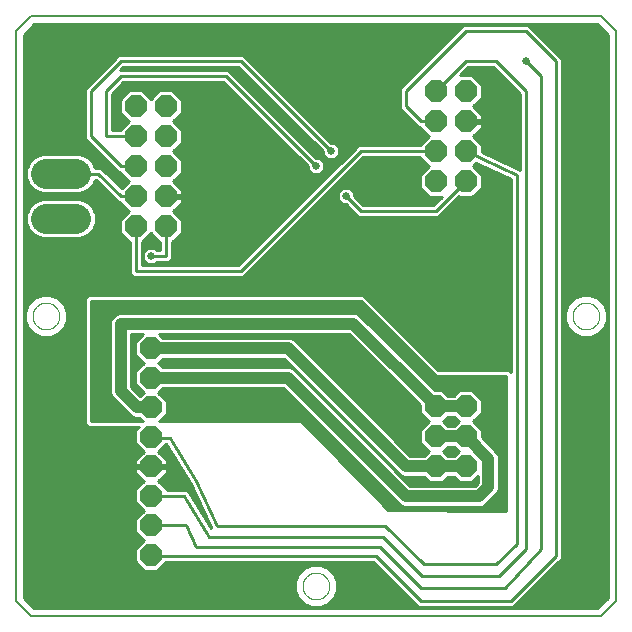
<source format=gtl>
G75*
%MOIN*%
%OFA0B0*%
%FSLAX25Y25*%
%IPPOS*%
%LPD*%
%AMOC8*
5,1,8,0,0,1.08239X$1,22.5*
%
%ADD10C,0.00600*%
%ADD11C,0.00000*%
%ADD12OC8,0.07400*%
%ADD13C,0.10050*%
%ADD14C,0.01000*%
%ADD15C,0.02578*%
%ADD16C,0.04000*%
D10*
X0006500Y0011500D02*
X0006500Y0201500D01*
X0011500Y0206500D01*
X0201500Y0206500D01*
X0206500Y0201500D01*
X0206500Y0011500D01*
X0201500Y0006500D01*
X0011500Y0006500D01*
X0006500Y0011500D01*
D11*
X0012050Y0106500D02*
X0012052Y0106633D01*
X0012058Y0106766D01*
X0012068Y0106899D01*
X0012082Y0107031D01*
X0012100Y0107163D01*
X0012122Y0107295D01*
X0012147Y0107425D01*
X0012177Y0107555D01*
X0012210Y0107684D01*
X0012248Y0107812D01*
X0012289Y0107938D01*
X0012334Y0108064D01*
X0012382Y0108188D01*
X0012435Y0108310D01*
X0012491Y0108431D01*
X0012550Y0108550D01*
X0012613Y0108667D01*
X0012680Y0108782D01*
X0012750Y0108896D01*
X0012823Y0109007D01*
X0012900Y0109116D01*
X0012980Y0109222D01*
X0013063Y0109326D01*
X0013149Y0109428D01*
X0013238Y0109527D01*
X0013330Y0109623D01*
X0013425Y0109716D01*
X0013522Y0109807D01*
X0013623Y0109895D01*
X0013725Y0109979D01*
X0013831Y0110061D01*
X0013939Y0110139D01*
X0014049Y0110214D01*
X0014161Y0110286D01*
X0014275Y0110354D01*
X0014391Y0110419D01*
X0014509Y0110480D01*
X0014629Y0110538D01*
X0014751Y0110592D01*
X0014874Y0110642D01*
X0014999Y0110689D01*
X0015125Y0110732D01*
X0015252Y0110771D01*
X0015380Y0110807D01*
X0015510Y0110838D01*
X0015640Y0110866D01*
X0015771Y0110890D01*
X0015903Y0110910D01*
X0016035Y0110926D01*
X0016167Y0110938D01*
X0016300Y0110946D01*
X0016433Y0110950D01*
X0016567Y0110950D01*
X0016700Y0110946D01*
X0016833Y0110938D01*
X0016965Y0110926D01*
X0017097Y0110910D01*
X0017229Y0110890D01*
X0017360Y0110866D01*
X0017490Y0110838D01*
X0017620Y0110807D01*
X0017748Y0110771D01*
X0017875Y0110732D01*
X0018001Y0110689D01*
X0018126Y0110642D01*
X0018249Y0110592D01*
X0018371Y0110538D01*
X0018491Y0110480D01*
X0018609Y0110419D01*
X0018725Y0110354D01*
X0018839Y0110286D01*
X0018951Y0110214D01*
X0019061Y0110139D01*
X0019169Y0110061D01*
X0019275Y0109979D01*
X0019377Y0109895D01*
X0019478Y0109807D01*
X0019575Y0109716D01*
X0019670Y0109623D01*
X0019762Y0109527D01*
X0019851Y0109428D01*
X0019937Y0109326D01*
X0020020Y0109222D01*
X0020100Y0109116D01*
X0020177Y0109007D01*
X0020250Y0108896D01*
X0020320Y0108782D01*
X0020387Y0108667D01*
X0020450Y0108550D01*
X0020509Y0108431D01*
X0020565Y0108310D01*
X0020618Y0108188D01*
X0020666Y0108064D01*
X0020711Y0107938D01*
X0020752Y0107812D01*
X0020790Y0107684D01*
X0020823Y0107555D01*
X0020853Y0107425D01*
X0020878Y0107295D01*
X0020900Y0107163D01*
X0020918Y0107031D01*
X0020932Y0106899D01*
X0020942Y0106766D01*
X0020948Y0106633D01*
X0020950Y0106500D01*
X0020948Y0106367D01*
X0020942Y0106234D01*
X0020932Y0106101D01*
X0020918Y0105969D01*
X0020900Y0105837D01*
X0020878Y0105705D01*
X0020853Y0105575D01*
X0020823Y0105445D01*
X0020790Y0105316D01*
X0020752Y0105188D01*
X0020711Y0105062D01*
X0020666Y0104936D01*
X0020618Y0104812D01*
X0020565Y0104690D01*
X0020509Y0104569D01*
X0020450Y0104450D01*
X0020387Y0104333D01*
X0020320Y0104218D01*
X0020250Y0104104D01*
X0020177Y0103993D01*
X0020100Y0103884D01*
X0020020Y0103778D01*
X0019937Y0103674D01*
X0019851Y0103572D01*
X0019762Y0103473D01*
X0019670Y0103377D01*
X0019575Y0103284D01*
X0019478Y0103193D01*
X0019377Y0103105D01*
X0019275Y0103021D01*
X0019169Y0102939D01*
X0019061Y0102861D01*
X0018951Y0102786D01*
X0018839Y0102714D01*
X0018725Y0102646D01*
X0018609Y0102581D01*
X0018491Y0102520D01*
X0018371Y0102462D01*
X0018249Y0102408D01*
X0018126Y0102358D01*
X0018001Y0102311D01*
X0017875Y0102268D01*
X0017748Y0102229D01*
X0017620Y0102193D01*
X0017490Y0102162D01*
X0017360Y0102134D01*
X0017229Y0102110D01*
X0017097Y0102090D01*
X0016965Y0102074D01*
X0016833Y0102062D01*
X0016700Y0102054D01*
X0016567Y0102050D01*
X0016433Y0102050D01*
X0016300Y0102054D01*
X0016167Y0102062D01*
X0016035Y0102074D01*
X0015903Y0102090D01*
X0015771Y0102110D01*
X0015640Y0102134D01*
X0015510Y0102162D01*
X0015380Y0102193D01*
X0015252Y0102229D01*
X0015125Y0102268D01*
X0014999Y0102311D01*
X0014874Y0102358D01*
X0014751Y0102408D01*
X0014629Y0102462D01*
X0014509Y0102520D01*
X0014391Y0102581D01*
X0014275Y0102646D01*
X0014161Y0102714D01*
X0014049Y0102786D01*
X0013939Y0102861D01*
X0013831Y0102939D01*
X0013725Y0103021D01*
X0013623Y0103105D01*
X0013522Y0103193D01*
X0013425Y0103284D01*
X0013330Y0103377D01*
X0013238Y0103473D01*
X0013149Y0103572D01*
X0013063Y0103674D01*
X0012980Y0103778D01*
X0012900Y0103884D01*
X0012823Y0103993D01*
X0012750Y0104104D01*
X0012680Y0104218D01*
X0012613Y0104333D01*
X0012550Y0104450D01*
X0012491Y0104569D01*
X0012435Y0104690D01*
X0012382Y0104812D01*
X0012334Y0104936D01*
X0012289Y0105062D01*
X0012248Y0105188D01*
X0012210Y0105316D01*
X0012177Y0105445D01*
X0012147Y0105575D01*
X0012122Y0105705D01*
X0012100Y0105837D01*
X0012082Y0105969D01*
X0012068Y0106101D01*
X0012058Y0106234D01*
X0012052Y0106367D01*
X0012050Y0106500D01*
X0102050Y0016500D02*
X0102052Y0016633D01*
X0102058Y0016766D01*
X0102068Y0016899D01*
X0102082Y0017031D01*
X0102100Y0017163D01*
X0102122Y0017295D01*
X0102147Y0017425D01*
X0102177Y0017555D01*
X0102210Y0017684D01*
X0102248Y0017812D01*
X0102289Y0017938D01*
X0102334Y0018064D01*
X0102382Y0018188D01*
X0102435Y0018310D01*
X0102491Y0018431D01*
X0102550Y0018550D01*
X0102613Y0018667D01*
X0102680Y0018782D01*
X0102750Y0018896D01*
X0102823Y0019007D01*
X0102900Y0019116D01*
X0102980Y0019222D01*
X0103063Y0019326D01*
X0103149Y0019428D01*
X0103238Y0019527D01*
X0103330Y0019623D01*
X0103425Y0019716D01*
X0103522Y0019807D01*
X0103623Y0019895D01*
X0103725Y0019979D01*
X0103831Y0020061D01*
X0103939Y0020139D01*
X0104049Y0020214D01*
X0104161Y0020286D01*
X0104275Y0020354D01*
X0104391Y0020419D01*
X0104509Y0020480D01*
X0104629Y0020538D01*
X0104751Y0020592D01*
X0104874Y0020642D01*
X0104999Y0020689D01*
X0105125Y0020732D01*
X0105252Y0020771D01*
X0105380Y0020807D01*
X0105510Y0020838D01*
X0105640Y0020866D01*
X0105771Y0020890D01*
X0105903Y0020910D01*
X0106035Y0020926D01*
X0106167Y0020938D01*
X0106300Y0020946D01*
X0106433Y0020950D01*
X0106567Y0020950D01*
X0106700Y0020946D01*
X0106833Y0020938D01*
X0106965Y0020926D01*
X0107097Y0020910D01*
X0107229Y0020890D01*
X0107360Y0020866D01*
X0107490Y0020838D01*
X0107620Y0020807D01*
X0107748Y0020771D01*
X0107875Y0020732D01*
X0108001Y0020689D01*
X0108126Y0020642D01*
X0108249Y0020592D01*
X0108371Y0020538D01*
X0108491Y0020480D01*
X0108609Y0020419D01*
X0108725Y0020354D01*
X0108839Y0020286D01*
X0108951Y0020214D01*
X0109061Y0020139D01*
X0109169Y0020061D01*
X0109275Y0019979D01*
X0109377Y0019895D01*
X0109478Y0019807D01*
X0109575Y0019716D01*
X0109670Y0019623D01*
X0109762Y0019527D01*
X0109851Y0019428D01*
X0109937Y0019326D01*
X0110020Y0019222D01*
X0110100Y0019116D01*
X0110177Y0019007D01*
X0110250Y0018896D01*
X0110320Y0018782D01*
X0110387Y0018667D01*
X0110450Y0018550D01*
X0110509Y0018431D01*
X0110565Y0018310D01*
X0110618Y0018188D01*
X0110666Y0018064D01*
X0110711Y0017938D01*
X0110752Y0017812D01*
X0110790Y0017684D01*
X0110823Y0017555D01*
X0110853Y0017425D01*
X0110878Y0017295D01*
X0110900Y0017163D01*
X0110918Y0017031D01*
X0110932Y0016899D01*
X0110942Y0016766D01*
X0110948Y0016633D01*
X0110950Y0016500D01*
X0110948Y0016367D01*
X0110942Y0016234D01*
X0110932Y0016101D01*
X0110918Y0015969D01*
X0110900Y0015837D01*
X0110878Y0015705D01*
X0110853Y0015575D01*
X0110823Y0015445D01*
X0110790Y0015316D01*
X0110752Y0015188D01*
X0110711Y0015062D01*
X0110666Y0014936D01*
X0110618Y0014812D01*
X0110565Y0014690D01*
X0110509Y0014569D01*
X0110450Y0014450D01*
X0110387Y0014333D01*
X0110320Y0014218D01*
X0110250Y0014104D01*
X0110177Y0013993D01*
X0110100Y0013884D01*
X0110020Y0013778D01*
X0109937Y0013674D01*
X0109851Y0013572D01*
X0109762Y0013473D01*
X0109670Y0013377D01*
X0109575Y0013284D01*
X0109478Y0013193D01*
X0109377Y0013105D01*
X0109275Y0013021D01*
X0109169Y0012939D01*
X0109061Y0012861D01*
X0108951Y0012786D01*
X0108839Y0012714D01*
X0108725Y0012646D01*
X0108609Y0012581D01*
X0108491Y0012520D01*
X0108371Y0012462D01*
X0108249Y0012408D01*
X0108126Y0012358D01*
X0108001Y0012311D01*
X0107875Y0012268D01*
X0107748Y0012229D01*
X0107620Y0012193D01*
X0107490Y0012162D01*
X0107360Y0012134D01*
X0107229Y0012110D01*
X0107097Y0012090D01*
X0106965Y0012074D01*
X0106833Y0012062D01*
X0106700Y0012054D01*
X0106567Y0012050D01*
X0106433Y0012050D01*
X0106300Y0012054D01*
X0106167Y0012062D01*
X0106035Y0012074D01*
X0105903Y0012090D01*
X0105771Y0012110D01*
X0105640Y0012134D01*
X0105510Y0012162D01*
X0105380Y0012193D01*
X0105252Y0012229D01*
X0105125Y0012268D01*
X0104999Y0012311D01*
X0104874Y0012358D01*
X0104751Y0012408D01*
X0104629Y0012462D01*
X0104509Y0012520D01*
X0104391Y0012581D01*
X0104275Y0012646D01*
X0104161Y0012714D01*
X0104049Y0012786D01*
X0103939Y0012861D01*
X0103831Y0012939D01*
X0103725Y0013021D01*
X0103623Y0013105D01*
X0103522Y0013193D01*
X0103425Y0013284D01*
X0103330Y0013377D01*
X0103238Y0013473D01*
X0103149Y0013572D01*
X0103063Y0013674D01*
X0102980Y0013778D01*
X0102900Y0013884D01*
X0102823Y0013993D01*
X0102750Y0014104D01*
X0102680Y0014218D01*
X0102613Y0014333D01*
X0102550Y0014450D01*
X0102491Y0014569D01*
X0102435Y0014690D01*
X0102382Y0014812D01*
X0102334Y0014936D01*
X0102289Y0015062D01*
X0102248Y0015188D01*
X0102210Y0015316D01*
X0102177Y0015445D01*
X0102147Y0015575D01*
X0102122Y0015705D01*
X0102100Y0015837D01*
X0102082Y0015969D01*
X0102068Y0016101D01*
X0102058Y0016234D01*
X0102052Y0016367D01*
X0102050Y0016500D01*
X0192050Y0106500D02*
X0192052Y0106633D01*
X0192058Y0106766D01*
X0192068Y0106899D01*
X0192082Y0107031D01*
X0192100Y0107163D01*
X0192122Y0107295D01*
X0192147Y0107425D01*
X0192177Y0107555D01*
X0192210Y0107684D01*
X0192248Y0107812D01*
X0192289Y0107938D01*
X0192334Y0108064D01*
X0192382Y0108188D01*
X0192435Y0108310D01*
X0192491Y0108431D01*
X0192550Y0108550D01*
X0192613Y0108667D01*
X0192680Y0108782D01*
X0192750Y0108896D01*
X0192823Y0109007D01*
X0192900Y0109116D01*
X0192980Y0109222D01*
X0193063Y0109326D01*
X0193149Y0109428D01*
X0193238Y0109527D01*
X0193330Y0109623D01*
X0193425Y0109716D01*
X0193522Y0109807D01*
X0193623Y0109895D01*
X0193725Y0109979D01*
X0193831Y0110061D01*
X0193939Y0110139D01*
X0194049Y0110214D01*
X0194161Y0110286D01*
X0194275Y0110354D01*
X0194391Y0110419D01*
X0194509Y0110480D01*
X0194629Y0110538D01*
X0194751Y0110592D01*
X0194874Y0110642D01*
X0194999Y0110689D01*
X0195125Y0110732D01*
X0195252Y0110771D01*
X0195380Y0110807D01*
X0195510Y0110838D01*
X0195640Y0110866D01*
X0195771Y0110890D01*
X0195903Y0110910D01*
X0196035Y0110926D01*
X0196167Y0110938D01*
X0196300Y0110946D01*
X0196433Y0110950D01*
X0196567Y0110950D01*
X0196700Y0110946D01*
X0196833Y0110938D01*
X0196965Y0110926D01*
X0197097Y0110910D01*
X0197229Y0110890D01*
X0197360Y0110866D01*
X0197490Y0110838D01*
X0197620Y0110807D01*
X0197748Y0110771D01*
X0197875Y0110732D01*
X0198001Y0110689D01*
X0198126Y0110642D01*
X0198249Y0110592D01*
X0198371Y0110538D01*
X0198491Y0110480D01*
X0198609Y0110419D01*
X0198725Y0110354D01*
X0198839Y0110286D01*
X0198951Y0110214D01*
X0199061Y0110139D01*
X0199169Y0110061D01*
X0199275Y0109979D01*
X0199377Y0109895D01*
X0199478Y0109807D01*
X0199575Y0109716D01*
X0199670Y0109623D01*
X0199762Y0109527D01*
X0199851Y0109428D01*
X0199937Y0109326D01*
X0200020Y0109222D01*
X0200100Y0109116D01*
X0200177Y0109007D01*
X0200250Y0108896D01*
X0200320Y0108782D01*
X0200387Y0108667D01*
X0200450Y0108550D01*
X0200509Y0108431D01*
X0200565Y0108310D01*
X0200618Y0108188D01*
X0200666Y0108064D01*
X0200711Y0107938D01*
X0200752Y0107812D01*
X0200790Y0107684D01*
X0200823Y0107555D01*
X0200853Y0107425D01*
X0200878Y0107295D01*
X0200900Y0107163D01*
X0200918Y0107031D01*
X0200932Y0106899D01*
X0200942Y0106766D01*
X0200948Y0106633D01*
X0200950Y0106500D01*
X0200948Y0106367D01*
X0200942Y0106234D01*
X0200932Y0106101D01*
X0200918Y0105969D01*
X0200900Y0105837D01*
X0200878Y0105705D01*
X0200853Y0105575D01*
X0200823Y0105445D01*
X0200790Y0105316D01*
X0200752Y0105188D01*
X0200711Y0105062D01*
X0200666Y0104936D01*
X0200618Y0104812D01*
X0200565Y0104690D01*
X0200509Y0104569D01*
X0200450Y0104450D01*
X0200387Y0104333D01*
X0200320Y0104218D01*
X0200250Y0104104D01*
X0200177Y0103993D01*
X0200100Y0103884D01*
X0200020Y0103778D01*
X0199937Y0103674D01*
X0199851Y0103572D01*
X0199762Y0103473D01*
X0199670Y0103377D01*
X0199575Y0103284D01*
X0199478Y0103193D01*
X0199377Y0103105D01*
X0199275Y0103021D01*
X0199169Y0102939D01*
X0199061Y0102861D01*
X0198951Y0102786D01*
X0198839Y0102714D01*
X0198725Y0102646D01*
X0198609Y0102581D01*
X0198491Y0102520D01*
X0198371Y0102462D01*
X0198249Y0102408D01*
X0198126Y0102358D01*
X0198001Y0102311D01*
X0197875Y0102268D01*
X0197748Y0102229D01*
X0197620Y0102193D01*
X0197490Y0102162D01*
X0197360Y0102134D01*
X0197229Y0102110D01*
X0197097Y0102090D01*
X0196965Y0102074D01*
X0196833Y0102062D01*
X0196700Y0102054D01*
X0196567Y0102050D01*
X0196433Y0102050D01*
X0196300Y0102054D01*
X0196167Y0102062D01*
X0196035Y0102074D01*
X0195903Y0102090D01*
X0195771Y0102110D01*
X0195640Y0102134D01*
X0195510Y0102162D01*
X0195380Y0102193D01*
X0195252Y0102229D01*
X0195125Y0102268D01*
X0194999Y0102311D01*
X0194874Y0102358D01*
X0194751Y0102408D01*
X0194629Y0102462D01*
X0194509Y0102520D01*
X0194391Y0102581D01*
X0194275Y0102646D01*
X0194161Y0102714D01*
X0194049Y0102786D01*
X0193939Y0102861D01*
X0193831Y0102939D01*
X0193725Y0103021D01*
X0193623Y0103105D01*
X0193522Y0103193D01*
X0193425Y0103284D01*
X0193330Y0103377D01*
X0193238Y0103473D01*
X0193149Y0103572D01*
X0193063Y0103674D01*
X0192980Y0103778D01*
X0192900Y0103884D01*
X0192823Y0103993D01*
X0192750Y0104104D01*
X0192680Y0104218D01*
X0192613Y0104333D01*
X0192550Y0104450D01*
X0192491Y0104569D01*
X0192435Y0104690D01*
X0192382Y0104812D01*
X0192334Y0104936D01*
X0192289Y0105062D01*
X0192248Y0105188D01*
X0192210Y0105316D01*
X0192177Y0105445D01*
X0192147Y0105575D01*
X0192122Y0105705D01*
X0192100Y0105837D01*
X0192082Y0105969D01*
X0192068Y0106101D01*
X0192058Y0106234D01*
X0192052Y0106367D01*
X0192050Y0106500D01*
D12*
X0156500Y0076500D03*
X0156500Y0066500D03*
X0156500Y0056500D03*
X0146500Y0056500D03*
X0146500Y0066500D03*
X0146500Y0076500D03*
X0146500Y0151500D03*
X0146500Y0161500D03*
X0146500Y0171500D03*
X0146500Y0181500D03*
X0156500Y0181500D03*
X0156500Y0171500D03*
X0156500Y0161500D03*
X0156500Y0151500D03*
X0056500Y0146500D03*
X0056500Y0136500D03*
X0046500Y0136500D03*
X0046500Y0146500D03*
X0046500Y0156500D03*
X0046500Y0166500D03*
X0046500Y0176500D03*
X0056500Y0176500D03*
X0056500Y0166500D03*
X0056500Y0156500D03*
X0051500Y0095752D03*
X0051500Y0085909D03*
X0051500Y0076067D03*
X0051500Y0066224D03*
X0051500Y0056382D03*
X0051500Y0046539D03*
X0051500Y0036697D03*
X0051500Y0026854D03*
D13*
X0026525Y0139000D02*
X0016475Y0139000D01*
X0016475Y0154000D02*
X0026525Y0154000D01*
D14*
X0021500Y0154000D02*
X0034000Y0154000D01*
X0041500Y0146500D01*
X0046500Y0146500D01*
X0043349Y0142298D02*
X0032222Y0142298D01*
X0032057Y0142696D02*
X0030221Y0144532D01*
X0027823Y0145525D01*
X0015177Y0145525D01*
X0012779Y0144532D01*
X0010943Y0142696D01*
X0009950Y0140298D01*
X0009950Y0137702D01*
X0010943Y0135304D01*
X0012779Y0133468D01*
X0015177Y0132475D01*
X0027823Y0132475D01*
X0030221Y0133468D01*
X0032057Y0135304D01*
X0033050Y0137702D01*
X0033050Y0140298D01*
X0032057Y0142696D01*
X0031457Y0143296D02*
X0042350Y0143296D01*
X0041352Y0144295D02*
X0030458Y0144295D01*
X0028383Y0145293D02*
X0039878Y0145293D01*
X0040672Y0144500D02*
X0041300Y0144500D01*
X0041300Y0144346D01*
X0044146Y0141500D01*
X0041300Y0138654D01*
X0041300Y0134346D01*
X0044346Y0131300D01*
X0044500Y0131300D01*
X0044500Y0120672D01*
X0045672Y0119500D01*
X0082328Y0119500D01*
X0122328Y0159500D01*
X0141300Y0159500D01*
X0141300Y0159346D01*
X0144146Y0156500D01*
X0141300Y0153654D01*
X0141300Y0149346D01*
X0144346Y0146300D01*
X0148472Y0146300D01*
X0145672Y0143500D01*
X0122328Y0143500D01*
X0119289Y0146539D01*
X0119289Y0147055D01*
X0118864Y0148080D01*
X0118080Y0148864D01*
X0117055Y0149289D01*
X0115945Y0149289D01*
X0114920Y0148864D01*
X0114136Y0148080D01*
X0113711Y0147055D01*
X0113711Y0145945D01*
X0114136Y0144920D01*
X0114920Y0144136D01*
X0115945Y0143711D01*
X0116461Y0143711D01*
X0119500Y0140672D01*
X0120672Y0139500D01*
X0147328Y0139500D01*
X0154237Y0146409D01*
X0154346Y0146300D01*
X0158654Y0146300D01*
X0161700Y0149346D01*
X0161700Y0153654D01*
X0158854Y0156500D01*
X0159998Y0157644D01*
X0171500Y0152231D01*
X0171500Y0087828D01*
X0170828Y0088500D01*
X0147328Y0088500D01*
X0123500Y0112328D01*
X0123500Y0112328D01*
X0122328Y0113500D01*
X0030672Y0113500D01*
X0029500Y0112328D01*
X0029500Y0070672D01*
X0030672Y0069500D01*
X0047422Y0069500D01*
X0046300Y0068378D01*
X0046300Y0064070D01*
X0049067Y0061303D01*
X0046300Y0058536D01*
X0046300Y0056882D01*
X0051000Y0056882D01*
X0051000Y0055882D01*
X0046300Y0055882D01*
X0046300Y0054228D01*
X0049067Y0051461D01*
X0046300Y0048693D01*
X0046300Y0044385D01*
X0049067Y0041618D01*
X0046300Y0038851D01*
X0046300Y0034543D01*
X0049067Y0031776D01*
X0046300Y0029008D01*
X0046300Y0024700D01*
X0049346Y0021654D01*
X0053654Y0021654D01*
X0056500Y0024500D01*
X0125672Y0024500D01*
X0140672Y0009500D01*
X0172328Y0009500D01*
X0187328Y0024500D01*
X0187328Y0024500D01*
X0188500Y0025672D01*
X0188500Y0192328D01*
X0178500Y0202328D01*
X0177328Y0203500D01*
X0155672Y0203500D01*
X0135672Y0183500D01*
X0134500Y0182328D01*
X0134500Y0175672D01*
X0139500Y0170672D01*
X0140672Y0169500D01*
X0141300Y0169500D01*
X0141300Y0169346D01*
X0144146Y0166500D01*
X0141300Y0163654D01*
X0141300Y0163500D01*
X0120672Y0163500D01*
X0119500Y0162328D01*
X0080672Y0123500D01*
X0048500Y0123500D01*
X0048500Y0131300D01*
X0048654Y0131300D01*
X0051500Y0134146D01*
X0054346Y0131300D01*
X0054500Y0131300D01*
X0054500Y0128500D01*
X0053444Y0128500D01*
X0053080Y0128864D01*
X0052055Y0129289D01*
X0050945Y0129289D01*
X0049920Y0128864D01*
X0049136Y0128080D01*
X0048711Y0127055D01*
X0048711Y0125945D01*
X0049136Y0124920D01*
X0049920Y0124136D01*
X0050945Y0123711D01*
X0052055Y0123711D01*
X0053080Y0124136D01*
X0053444Y0124500D01*
X0057328Y0124500D01*
X0058500Y0125672D01*
X0058500Y0131300D01*
X0058654Y0131300D01*
X0061700Y0134346D01*
X0061700Y0138654D01*
X0058854Y0141500D01*
X0061700Y0144346D01*
X0061700Y0146000D01*
X0057000Y0146000D01*
X0057000Y0147000D01*
X0061700Y0147000D01*
X0061700Y0148654D01*
X0058854Y0151500D01*
X0061700Y0154346D01*
X0061700Y0158654D01*
X0058854Y0161500D01*
X0061700Y0164346D01*
X0061700Y0168654D01*
X0058854Y0171500D01*
X0061700Y0174346D01*
X0061700Y0178654D01*
X0058654Y0181700D01*
X0054346Y0181700D01*
X0051500Y0178854D01*
X0048654Y0181700D01*
X0044346Y0181700D01*
X0041300Y0178654D01*
X0041300Y0174346D01*
X0044146Y0171500D01*
X0041300Y0168654D01*
X0041300Y0168500D01*
X0038500Y0168500D01*
X0038500Y0180672D01*
X0042328Y0184500D01*
X0075672Y0184500D01*
X0103711Y0156461D01*
X0103711Y0155945D01*
X0104136Y0154920D01*
X0104920Y0154136D01*
X0105945Y0153711D01*
X0107055Y0153711D01*
X0108080Y0154136D01*
X0108864Y0154920D01*
X0109289Y0155945D01*
X0109289Y0157055D01*
X0108864Y0158080D01*
X0108080Y0158864D01*
X0107055Y0159289D01*
X0106539Y0159289D01*
X0077328Y0188500D01*
X0041328Y0188500D01*
X0042328Y0189500D01*
X0080672Y0189500D01*
X0108711Y0161461D01*
X0108711Y0160945D01*
X0109136Y0159920D01*
X0109920Y0159136D01*
X0110945Y0158711D01*
X0112055Y0158711D01*
X0113080Y0159136D01*
X0113864Y0159920D01*
X0114289Y0160945D01*
X0114289Y0162055D01*
X0113864Y0163080D01*
X0113080Y0163864D01*
X0112055Y0164289D01*
X0111539Y0164289D01*
X0082328Y0193500D01*
X0040672Y0193500D01*
X0039500Y0192328D01*
X0029500Y0182328D01*
X0029500Y0165672D01*
X0030672Y0164500D01*
X0040672Y0154500D01*
X0041300Y0154500D01*
X0041300Y0154346D01*
X0044146Y0151500D01*
X0041737Y0149091D01*
X0036000Y0154828D01*
X0034828Y0156000D01*
X0032759Y0156000D01*
X0032057Y0157696D01*
X0030221Y0159532D01*
X0027823Y0160525D01*
X0015177Y0160525D01*
X0012779Y0159532D01*
X0010943Y0157696D01*
X0009950Y0155298D01*
X0009950Y0152702D01*
X0010943Y0150304D01*
X0012779Y0148468D01*
X0015177Y0147475D01*
X0027823Y0147475D01*
X0030221Y0148468D01*
X0032057Y0150304D01*
X0032759Y0152000D01*
X0033172Y0152000D01*
X0040672Y0144500D01*
X0038880Y0146292D02*
X0009300Y0146292D01*
X0009300Y0147290D02*
X0037881Y0147290D01*
X0036883Y0148289D02*
X0029787Y0148289D01*
X0031040Y0149287D02*
X0035884Y0149287D01*
X0034886Y0150286D02*
X0032038Y0150286D01*
X0032463Y0151284D02*
X0033887Y0151284D01*
X0036549Y0154280D02*
X0041366Y0154280D01*
X0042365Y0153281D02*
X0037547Y0153281D01*
X0038546Y0152283D02*
X0043363Y0152283D01*
X0043930Y0151284D02*
X0039544Y0151284D01*
X0040543Y0150286D02*
X0042932Y0150286D01*
X0041933Y0149287D02*
X0041541Y0149287D01*
X0039893Y0155278D02*
X0035550Y0155278D01*
X0032645Y0156277D02*
X0038895Y0156277D01*
X0037896Y0157275D02*
X0032231Y0157275D01*
X0031479Y0158274D02*
X0036898Y0158274D01*
X0035899Y0159272D02*
X0030480Y0159272D01*
X0028437Y0160271D02*
X0034901Y0160271D01*
X0033902Y0161269D02*
X0009300Y0161269D01*
X0009300Y0160271D02*
X0014563Y0160271D01*
X0012519Y0159272D02*
X0009300Y0159272D01*
X0009300Y0158274D02*
X0011521Y0158274D01*
X0010769Y0157275D02*
X0009300Y0157275D01*
X0009300Y0156277D02*
X0010355Y0156277D01*
X0009950Y0155278D02*
X0009300Y0155278D01*
X0009300Y0154280D02*
X0009950Y0154280D01*
X0009950Y0153281D02*
X0009300Y0153281D01*
X0009300Y0152283D02*
X0010124Y0152283D01*
X0010537Y0151284D02*
X0009300Y0151284D01*
X0009300Y0150286D02*
X0010962Y0150286D01*
X0011960Y0149287D02*
X0009300Y0149287D01*
X0009300Y0148289D02*
X0013213Y0148289D01*
X0014617Y0145293D02*
X0009300Y0145293D01*
X0009300Y0144295D02*
X0012542Y0144295D01*
X0011543Y0143296D02*
X0009300Y0143296D01*
X0009300Y0142298D02*
X0010778Y0142298D01*
X0010365Y0141299D02*
X0009300Y0141299D01*
X0009300Y0140301D02*
X0009951Y0140301D01*
X0009950Y0139302D02*
X0009300Y0139302D01*
X0009300Y0138303D02*
X0009950Y0138303D01*
X0010114Y0137305D02*
X0009300Y0137305D01*
X0009300Y0136306D02*
X0010528Y0136306D01*
X0010942Y0135308D02*
X0009300Y0135308D01*
X0009300Y0134309D02*
X0011938Y0134309D01*
X0013159Y0133311D02*
X0009300Y0133311D01*
X0009300Y0132312D02*
X0043334Y0132312D01*
X0044332Y0131314D02*
X0009300Y0131314D01*
X0009300Y0130315D02*
X0044500Y0130315D01*
X0044500Y0129317D02*
X0009300Y0129317D01*
X0009300Y0128318D02*
X0044500Y0128318D01*
X0044500Y0127320D02*
X0009300Y0127320D01*
X0009300Y0126321D02*
X0044500Y0126321D01*
X0044500Y0125323D02*
X0009300Y0125323D01*
X0009300Y0124324D02*
X0044500Y0124324D01*
X0044500Y0123326D02*
X0009300Y0123326D01*
X0009300Y0122327D02*
X0044500Y0122327D01*
X0044500Y0121329D02*
X0009300Y0121329D01*
X0009300Y0120330D02*
X0044841Y0120330D01*
X0046500Y0121500D02*
X0081500Y0121500D01*
X0121500Y0161500D01*
X0146500Y0161500D01*
X0142909Y0165263D02*
X0110565Y0165263D01*
X0109567Y0166262D02*
X0143908Y0166262D01*
X0143386Y0167260D02*
X0108568Y0167260D01*
X0107570Y0168259D02*
X0142387Y0168259D01*
X0141389Y0169257D02*
X0106571Y0169257D01*
X0105573Y0170256D02*
X0139916Y0170256D01*
X0138917Y0171254D02*
X0104574Y0171254D01*
X0103576Y0172253D02*
X0137919Y0172253D01*
X0136920Y0173251D02*
X0102577Y0173251D01*
X0101579Y0174250D02*
X0135922Y0174250D01*
X0134923Y0175248D02*
X0100580Y0175248D01*
X0099581Y0176247D02*
X0134500Y0176247D01*
X0134500Y0177245D02*
X0098583Y0177245D01*
X0097584Y0178244D02*
X0134500Y0178244D01*
X0134500Y0179242D02*
X0096586Y0179242D01*
X0095587Y0180241D02*
X0134500Y0180241D01*
X0134500Y0181239D02*
X0094589Y0181239D01*
X0093590Y0182238D02*
X0134500Y0182238D01*
X0135408Y0183237D02*
X0092592Y0183237D01*
X0091593Y0184235D02*
X0136407Y0184235D01*
X0137405Y0185234D02*
X0090595Y0185234D01*
X0089596Y0186232D02*
X0138404Y0186232D01*
X0139402Y0187231D02*
X0088598Y0187231D01*
X0087599Y0188229D02*
X0140401Y0188229D01*
X0141399Y0189228D02*
X0086601Y0189228D01*
X0085602Y0190226D02*
X0142398Y0190226D01*
X0143396Y0191225D02*
X0084604Y0191225D01*
X0083605Y0192223D02*
X0144395Y0192223D01*
X0145393Y0193222D02*
X0082607Y0193222D01*
X0081500Y0191500D02*
X0111500Y0161500D01*
X0108990Y0160271D02*
X0105558Y0160271D01*
X0104559Y0161269D02*
X0108711Y0161269D01*
X0107904Y0162268D02*
X0103561Y0162268D01*
X0102562Y0163266D02*
X0106905Y0163266D01*
X0105907Y0164265D02*
X0101564Y0164265D01*
X0100565Y0165263D02*
X0104908Y0165263D01*
X0103910Y0166262D02*
X0099567Y0166262D01*
X0098568Y0167260D02*
X0102911Y0167260D01*
X0101913Y0168259D02*
X0097570Y0168259D01*
X0096571Y0169257D02*
X0100914Y0169257D01*
X0099916Y0170256D02*
X0095573Y0170256D01*
X0094574Y0171254D02*
X0098917Y0171254D01*
X0097919Y0172253D02*
X0093576Y0172253D01*
X0092577Y0173251D02*
X0096920Y0173251D01*
X0095922Y0174250D02*
X0091579Y0174250D01*
X0090580Y0175248D02*
X0094923Y0175248D01*
X0093925Y0176247D02*
X0089581Y0176247D01*
X0088583Y0177245D02*
X0092926Y0177245D01*
X0091928Y0178244D02*
X0087584Y0178244D01*
X0086586Y0179242D02*
X0090929Y0179242D01*
X0089931Y0180241D02*
X0085587Y0180241D01*
X0084589Y0181239D02*
X0088932Y0181239D01*
X0087934Y0182238D02*
X0083590Y0182238D01*
X0082592Y0183237D02*
X0086935Y0183237D01*
X0085937Y0184235D02*
X0081593Y0184235D01*
X0080595Y0185234D02*
X0084938Y0185234D01*
X0083940Y0186232D02*
X0079596Y0186232D01*
X0078598Y0187231D02*
X0082941Y0187231D01*
X0081943Y0188229D02*
X0077599Y0188229D01*
X0076500Y0186500D02*
X0106500Y0156500D01*
X0109013Y0155278D02*
X0112450Y0155278D01*
X0113448Y0156277D02*
X0109289Y0156277D01*
X0109198Y0157275D02*
X0114447Y0157275D01*
X0115445Y0158274D02*
X0108670Y0158274D01*
X0109784Y0159272D02*
X0107095Y0159272D01*
X0103711Y0156277D02*
X0061700Y0156277D01*
X0061700Y0157275D02*
X0102896Y0157275D01*
X0101898Y0158274D02*
X0061700Y0158274D01*
X0061082Y0159272D02*
X0100899Y0159272D01*
X0099901Y0160271D02*
X0060083Y0160271D01*
X0059085Y0161269D02*
X0098902Y0161269D01*
X0097904Y0162268D02*
X0059622Y0162268D01*
X0060620Y0163266D02*
X0096905Y0163266D01*
X0095907Y0164265D02*
X0061619Y0164265D01*
X0061700Y0165263D02*
X0094908Y0165263D01*
X0093910Y0166262D02*
X0061700Y0166262D01*
X0061700Y0167260D02*
X0092911Y0167260D01*
X0091913Y0168259D02*
X0061700Y0168259D01*
X0061097Y0169257D02*
X0090914Y0169257D01*
X0089916Y0170256D02*
X0060098Y0170256D01*
X0059100Y0171254D02*
X0088917Y0171254D01*
X0087919Y0172253D02*
X0059607Y0172253D01*
X0060605Y0173251D02*
X0086920Y0173251D01*
X0085922Y0174250D02*
X0061604Y0174250D01*
X0061700Y0175248D02*
X0084923Y0175248D01*
X0083925Y0176247D02*
X0061700Y0176247D01*
X0061700Y0177245D02*
X0082926Y0177245D01*
X0081928Y0178244D02*
X0061700Y0178244D01*
X0061111Y0179242D02*
X0080929Y0179242D01*
X0079931Y0180241D02*
X0060113Y0180241D01*
X0059114Y0181239D02*
X0078932Y0181239D01*
X0077934Y0182238D02*
X0040066Y0182238D01*
X0039068Y0181239D02*
X0043886Y0181239D01*
X0042887Y0180241D02*
X0038500Y0180241D01*
X0038500Y0179242D02*
X0041889Y0179242D01*
X0041300Y0178244D02*
X0038500Y0178244D01*
X0038500Y0177245D02*
X0041300Y0177245D01*
X0041300Y0176247D02*
X0038500Y0176247D01*
X0038500Y0175248D02*
X0041300Y0175248D01*
X0041396Y0174250D02*
X0038500Y0174250D01*
X0038500Y0173251D02*
X0042395Y0173251D01*
X0043393Y0172253D02*
X0038500Y0172253D01*
X0038500Y0171254D02*
X0043900Y0171254D01*
X0042902Y0170256D02*
X0038500Y0170256D01*
X0038500Y0169257D02*
X0041903Y0169257D01*
X0046500Y0166500D02*
X0036500Y0166500D01*
X0036500Y0181500D01*
X0041500Y0186500D01*
X0076500Y0186500D01*
X0075937Y0184235D02*
X0042063Y0184235D01*
X0041065Y0183237D02*
X0076935Y0183237D01*
X0080944Y0189228D02*
X0042056Y0189228D01*
X0041500Y0191500D02*
X0081500Y0191500D01*
X0053886Y0181239D02*
X0049114Y0181239D01*
X0050113Y0180241D02*
X0052887Y0180241D01*
X0051889Y0179242D02*
X0051111Y0179242D01*
X0041500Y0191500D02*
X0031500Y0181500D01*
X0031500Y0166500D01*
X0041500Y0156500D01*
X0046500Y0156500D01*
X0059070Y0151284D02*
X0108456Y0151284D01*
X0109454Y0152283D02*
X0059637Y0152283D01*
X0060635Y0153281D02*
X0110453Y0153281D01*
X0111451Y0154280D02*
X0108224Y0154280D01*
X0104776Y0154280D02*
X0061634Y0154280D01*
X0061700Y0155278D02*
X0103987Y0155278D01*
X0107457Y0150286D02*
X0060068Y0150286D01*
X0061067Y0149287D02*
X0106459Y0149287D01*
X0105460Y0148289D02*
X0061700Y0148289D01*
X0061700Y0147290D02*
X0104462Y0147290D01*
X0103463Y0146292D02*
X0057000Y0146292D01*
X0060650Y0143296D02*
X0100468Y0143296D01*
X0101466Y0144295D02*
X0061648Y0144295D01*
X0061700Y0145293D02*
X0102465Y0145293D01*
X0099469Y0142298D02*
X0059651Y0142298D01*
X0059055Y0141299D02*
X0098471Y0141299D01*
X0097472Y0140301D02*
X0060053Y0140301D01*
X0061052Y0139302D02*
X0096474Y0139302D01*
X0095475Y0138303D02*
X0061700Y0138303D01*
X0061700Y0137305D02*
X0094477Y0137305D01*
X0093478Y0136306D02*
X0061700Y0136306D01*
X0061700Y0135308D02*
X0092480Y0135308D01*
X0091481Y0134309D02*
X0061663Y0134309D01*
X0060665Y0133311D02*
X0090483Y0133311D01*
X0089484Y0132312D02*
X0059666Y0132312D01*
X0058668Y0131314D02*
X0088485Y0131314D01*
X0087487Y0130315D02*
X0058500Y0130315D01*
X0058500Y0129317D02*
X0086488Y0129317D01*
X0085490Y0128318D02*
X0058500Y0128318D01*
X0058500Y0127320D02*
X0084491Y0127320D01*
X0083493Y0126321D02*
X0058500Y0126321D01*
X0058151Y0125323D02*
X0082494Y0125323D01*
X0081496Y0124324D02*
X0053269Y0124324D01*
X0051500Y0126500D02*
X0056500Y0126500D01*
X0056500Y0136500D01*
X0052335Y0133311D02*
X0050665Y0133311D01*
X0049666Y0132312D02*
X0053334Y0132312D01*
X0054332Y0131314D02*
X0048668Y0131314D01*
X0048500Y0130315D02*
X0054500Y0130315D01*
X0054500Y0129317D02*
X0048500Y0129317D01*
X0048500Y0128318D02*
X0049374Y0128318D01*
X0048821Y0127320D02*
X0048500Y0127320D01*
X0048500Y0126321D02*
X0048711Y0126321D01*
X0048500Y0125323D02*
X0048969Y0125323D01*
X0048500Y0124324D02*
X0049731Y0124324D01*
X0046500Y0121500D02*
X0046500Y0136500D01*
X0042947Y0140301D02*
X0033049Y0140301D01*
X0033050Y0139302D02*
X0041948Y0139302D01*
X0041300Y0138303D02*
X0033050Y0138303D01*
X0032885Y0137305D02*
X0041300Y0137305D01*
X0041300Y0136306D02*
X0032472Y0136306D01*
X0032058Y0135308D02*
X0041300Y0135308D01*
X0041337Y0134309D02*
X0031062Y0134309D01*
X0029841Y0133311D02*
X0042335Y0133311D01*
X0043945Y0141299D02*
X0032635Y0141299D01*
X0032904Y0162268D02*
X0009300Y0162268D01*
X0009300Y0163266D02*
X0031905Y0163266D01*
X0030907Y0164265D02*
X0009300Y0164265D01*
X0009300Y0165263D02*
X0029908Y0165263D01*
X0029500Y0166262D02*
X0009300Y0166262D01*
X0009300Y0167260D02*
X0029500Y0167260D01*
X0029500Y0168259D02*
X0009300Y0168259D01*
X0009300Y0169257D02*
X0029500Y0169257D01*
X0029500Y0170256D02*
X0009300Y0170256D01*
X0009300Y0171254D02*
X0029500Y0171254D01*
X0029500Y0172253D02*
X0009300Y0172253D01*
X0009300Y0173251D02*
X0029500Y0173251D01*
X0029500Y0174250D02*
X0009300Y0174250D01*
X0009300Y0175248D02*
X0029500Y0175248D01*
X0029500Y0176247D02*
X0009300Y0176247D01*
X0009300Y0177245D02*
X0029500Y0177245D01*
X0029500Y0178244D02*
X0009300Y0178244D01*
X0009300Y0179242D02*
X0029500Y0179242D01*
X0029500Y0180241D02*
X0009300Y0180241D01*
X0009300Y0181239D02*
X0029500Y0181239D01*
X0029500Y0182238D02*
X0009300Y0182238D01*
X0009300Y0183237D02*
X0030408Y0183237D01*
X0031407Y0184235D02*
X0009300Y0184235D01*
X0009300Y0185234D02*
X0032405Y0185234D01*
X0033404Y0186232D02*
X0009300Y0186232D01*
X0009300Y0187231D02*
X0034402Y0187231D01*
X0035401Y0188229D02*
X0009300Y0188229D01*
X0009300Y0189228D02*
X0036399Y0189228D01*
X0037398Y0190226D02*
X0009300Y0190226D01*
X0009300Y0191225D02*
X0038396Y0191225D01*
X0039395Y0192223D02*
X0009300Y0192223D01*
X0009300Y0193222D02*
X0040393Y0193222D01*
X0012660Y0203700D02*
X0200340Y0203700D01*
X0203700Y0200340D01*
X0203700Y0012660D01*
X0200340Y0009300D01*
X0012660Y0009300D01*
X0009300Y0012660D01*
X0009300Y0200340D01*
X0012660Y0203700D01*
X0012167Y0203207D02*
X0155378Y0203207D01*
X0154380Y0202208D02*
X0011168Y0202208D01*
X0010169Y0201210D02*
X0153381Y0201210D01*
X0152383Y0200211D02*
X0009300Y0200211D01*
X0009300Y0199213D02*
X0151384Y0199213D01*
X0150386Y0198214D02*
X0009300Y0198214D01*
X0009300Y0197216D02*
X0149387Y0197216D01*
X0148389Y0196217D02*
X0009300Y0196217D01*
X0009300Y0195219D02*
X0147390Y0195219D01*
X0146392Y0194220D02*
X0009300Y0194220D01*
X0009300Y0119332D02*
X0171500Y0119332D01*
X0171500Y0120330D02*
X0083159Y0120330D01*
X0084157Y0121329D02*
X0171500Y0121329D01*
X0171500Y0122327D02*
X0085156Y0122327D01*
X0086154Y0123326D02*
X0171500Y0123326D01*
X0171500Y0124324D02*
X0087153Y0124324D01*
X0088151Y0125323D02*
X0171500Y0125323D01*
X0171500Y0126321D02*
X0089150Y0126321D01*
X0090148Y0127320D02*
X0171500Y0127320D01*
X0171500Y0128318D02*
X0091147Y0128318D01*
X0092145Y0129317D02*
X0171500Y0129317D01*
X0171500Y0130315D02*
X0093144Y0130315D01*
X0094142Y0131314D02*
X0171500Y0131314D01*
X0171500Y0132312D02*
X0095141Y0132312D01*
X0096139Y0133311D02*
X0171500Y0133311D01*
X0171500Y0134309D02*
X0097138Y0134309D01*
X0098136Y0135308D02*
X0171500Y0135308D01*
X0171500Y0136306D02*
X0099135Y0136306D01*
X0100133Y0137305D02*
X0171500Y0137305D01*
X0171500Y0138303D02*
X0101132Y0138303D01*
X0102130Y0139302D02*
X0171500Y0139302D01*
X0171500Y0140301D02*
X0148129Y0140301D01*
X0149127Y0141299D02*
X0171500Y0141299D01*
X0171500Y0142298D02*
X0150126Y0142298D01*
X0151124Y0143296D02*
X0171500Y0143296D01*
X0171500Y0144295D02*
X0152123Y0144295D01*
X0153121Y0145293D02*
X0171500Y0145293D01*
X0171500Y0146292D02*
X0154120Y0146292D01*
X0148463Y0146292D02*
X0119537Y0146292D01*
X0119191Y0147290D02*
X0143356Y0147290D01*
X0142357Y0148289D02*
X0118656Y0148289D01*
X0117059Y0149287D02*
X0141359Y0149287D01*
X0141300Y0150286D02*
X0113114Y0150286D01*
X0114113Y0151284D02*
X0141300Y0151284D01*
X0141300Y0152283D02*
X0115111Y0152283D01*
X0116110Y0153281D02*
X0141300Y0153281D01*
X0141926Y0154280D02*
X0117108Y0154280D01*
X0118107Y0155278D02*
X0142924Y0155278D01*
X0143923Y0156277D02*
X0119105Y0156277D01*
X0120104Y0157275D02*
X0143371Y0157275D01*
X0142372Y0158274D02*
X0121102Y0158274D01*
X0122101Y0159272D02*
X0141374Y0159272D01*
X0141911Y0164265D02*
X0112113Y0164265D01*
X0113678Y0163266D02*
X0120438Y0163266D01*
X0119439Y0162268D02*
X0114201Y0162268D01*
X0114289Y0161269D02*
X0118441Y0161269D01*
X0117442Y0160271D02*
X0114010Y0160271D01*
X0113216Y0159272D02*
X0116444Y0159272D01*
X0115941Y0149287D02*
X0112116Y0149287D01*
X0111117Y0148289D02*
X0114344Y0148289D01*
X0113809Y0147290D02*
X0110119Y0147290D01*
X0109120Y0146292D02*
X0113711Y0146292D01*
X0113981Y0145293D02*
X0108121Y0145293D01*
X0107123Y0144295D02*
X0114761Y0144295D01*
X0116876Y0143296D02*
X0106124Y0143296D01*
X0105126Y0142298D02*
X0117874Y0142298D01*
X0118873Y0141299D02*
X0104127Y0141299D01*
X0103129Y0140301D02*
X0119871Y0140301D01*
X0121500Y0141500D02*
X0146500Y0141500D01*
X0156500Y0151500D01*
X0160076Y0155278D02*
X0165024Y0155278D01*
X0162902Y0156277D02*
X0159077Y0156277D01*
X0159629Y0157275D02*
X0160781Y0157275D01*
X0161074Y0154280D02*
X0167146Y0154280D01*
X0169268Y0153281D02*
X0161700Y0153281D01*
X0161700Y0152283D02*
X0171390Y0152283D01*
X0171500Y0151284D02*
X0161700Y0151284D01*
X0161700Y0150286D02*
X0171500Y0150286D01*
X0171500Y0149287D02*
X0161641Y0149287D01*
X0160643Y0148289D02*
X0171500Y0148289D01*
X0171500Y0147290D02*
X0159644Y0147290D01*
X0168053Y0158274D02*
X0174500Y0158274D01*
X0174500Y0159272D02*
X0165931Y0159272D01*
X0163809Y0160271D02*
X0174500Y0160271D01*
X0174500Y0161269D02*
X0161700Y0161269D01*
X0161700Y0161263D02*
X0161700Y0163654D01*
X0158854Y0166500D01*
X0161700Y0169346D01*
X0161700Y0171000D01*
X0157000Y0171000D01*
X0157000Y0172000D01*
X0161700Y0172000D01*
X0161700Y0173654D01*
X0158854Y0176500D01*
X0161700Y0179346D01*
X0161700Y0183654D01*
X0158654Y0186700D01*
X0154528Y0186700D01*
X0157328Y0189500D01*
X0165672Y0189500D01*
X0174500Y0180672D01*
X0174500Y0155328D01*
X0174328Y0155500D01*
X0173947Y0155500D01*
X0161700Y0161263D01*
X0161700Y0162268D02*
X0174500Y0162268D01*
X0174500Y0163266D02*
X0161700Y0163266D01*
X0161089Y0164265D02*
X0174500Y0164265D01*
X0174500Y0165263D02*
X0160091Y0165263D01*
X0159092Y0166262D02*
X0174500Y0166262D01*
X0174500Y0167260D02*
X0159614Y0167260D01*
X0160613Y0168259D02*
X0174500Y0168259D01*
X0174500Y0169257D02*
X0161611Y0169257D01*
X0161700Y0170256D02*
X0174500Y0170256D01*
X0174500Y0171254D02*
X0157000Y0171254D01*
X0161700Y0172253D02*
X0174500Y0172253D01*
X0174500Y0173251D02*
X0161700Y0173251D01*
X0161104Y0174250D02*
X0174500Y0174250D01*
X0174500Y0175248D02*
X0160105Y0175248D01*
X0159107Y0176247D02*
X0174500Y0176247D01*
X0174500Y0177245D02*
X0159599Y0177245D01*
X0160598Y0178244D02*
X0174500Y0178244D01*
X0174500Y0179242D02*
X0161596Y0179242D01*
X0161700Y0180241D02*
X0174500Y0180241D01*
X0173932Y0181239D02*
X0161700Y0181239D01*
X0161700Y0182238D02*
X0172934Y0182238D01*
X0171935Y0183237D02*
X0161700Y0183237D01*
X0161119Y0184235D02*
X0170937Y0184235D01*
X0169938Y0185234D02*
X0160120Y0185234D01*
X0159122Y0186232D02*
X0168940Y0186232D01*
X0167941Y0187231D02*
X0155059Y0187231D01*
X0156057Y0188229D02*
X0166943Y0188229D01*
X0165944Y0189228D02*
X0157056Y0189228D01*
X0156500Y0191500D02*
X0146500Y0181500D01*
X0146500Y0171500D02*
X0141500Y0171500D01*
X0136500Y0176500D01*
X0136500Y0181500D01*
X0156500Y0201500D01*
X0176500Y0201500D01*
X0186500Y0191500D01*
X0186500Y0026500D01*
X0171500Y0011500D01*
X0141500Y0011500D01*
X0126500Y0026500D01*
X0051854Y0026500D01*
X0051500Y0026854D01*
X0047756Y0030464D02*
X0009300Y0030464D01*
X0009300Y0029466D02*
X0046758Y0029466D01*
X0046300Y0028467D02*
X0009300Y0028467D01*
X0009300Y0027469D02*
X0046300Y0027469D01*
X0046300Y0026470D02*
X0009300Y0026470D01*
X0009300Y0025472D02*
X0046300Y0025472D01*
X0046527Y0024473D02*
X0009300Y0024473D01*
X0009300Y0023475D02*
X0047526Y0023475D01*
X0048524Y0022476D02*
X0009300Y0022476D01*
X0009300Y0021478D02*
X0101649Y0021478D01*
X0102563Y0022392D02*
X0100608Y0020437D01*
X0099550Y0017882D01*
X0099550Y0015118D01*
X0100608Y0012563D01*
X0102563Y0010608D01*
X0105118Y0009550D01*
X0107882Y0009550D01*
X0110437Y0010608D01*
X0112392Y0012563D01*
X0113450Y0015118D01*
X0113450Y0017882D01*
X0112392Y0020437D01*
X0110437Y0022392D01*
X0107882Y0023450D01*
X0105118Y0023450D01*
X0102563Y0022392D01*
X0102767Y0022476D02*
X0054476Y0022476D01*
X0055474Y0023475D02*
X0126697Y0023475D01*
X0125698Y0024473D02*
X0056473Y0024473D01*
X0048755Y0031463D02*
X0009300Y0031463D01*
X0009300Y0032461D02*
X0048382Y0032461D01*
X0047383Y0033460D02*
X0009300Y0033460D01*
X0009300Y0034458D02*
X0046385Y0034458D01*
X0046300Y0035457D02*
X0009300Y0035457D01*
X0009300Y0036455D02*
X0046300Y0036455D01*
X0046300Y0037454D02*
X0009300Y0037454D01*
X0009300Y0038452D02*
X0046300Y0038452D01*
X0046900Y0039451D02*
X0009300Y0039451D01*
X0009300Y0040449D02*
X0047899Y0040449D01*
X0048897Y0041448D02*
X0009300Y0041448D01*
X0009300Y0042446D02*
X0048239Y0042446D01*
X0047241Y0043445D02*
X0009300Y0043445D01*
X0009300Y0044443D02*
X0046300Y0044443D01*
X0046300Y0045442D02*
X0009300Y0045442D01*
X0009300Y0046440D02*
X0046300Y0046440D01*
X0046300Y0047439D02*
X0009300Y0047439D01*
X0009300Y0048437D02*
X0046300Y0048437D01*
X0047043Y0049436D02*
X0009300Y0049436D01*
X0009300Y0050434D02*
X0048041Y0050434D01*
X0049040Y0051433D02*
X0009300Y0051433D01*
X0009300Y0052432D02*
X0048096Y0052432D01*
X0047098Y0053430D02*
X0009300Y0053430D01*
X0009300Y0054429D02*
X0046300Y0054429D01*
X0046300Y0055427D02*
X0009300Y0055427D01*
X0009300Y0056426D02*
X0051000Y0056426D01*
X0052000Y0056426D02*
X0061181Y0056426D01*
X0060577Y0057424D02*
X0056700Y0057424D01*
X0056700Y0056882D02*
X0056700Y0058536D01*
X0053933Y0061303D01*
X0056609Y0063980D01*
X0064733Y0050557D01*
X0071500Y0036056D01*
X0071500Y0035956D01*
X0064461Y0047117D01*
X0064461Y0047368D01*
X0064033Y0047795D01*
X0063710Y0048307D01*
X0063466Y0048362D01*
X0063289Y0048539D01*
X0062684Y0048539D01*
X0062094Y0048673D01*
X0061883Y0048539D01*
X0056700Y0048539D01*
X0056700Y0048693D01*
X0053933Y0051461D01*
X0056700Y0054228D01*
X0056700Y0055882D01*
X0052000Y0055882D01*
X0052000Y0056882D01*
X0056700Y0056882D01*
X0056700Y0055427D02*
X0061786Y0055427D01*
X0062390Y0054429D02*
X0056700Y0054429D01*
X0055902Y0053430D02*
X0062994Y0053430D01*
X0063598Y0052432D02*
X0054904Y0052432D01*
X0053960Y0051433D02*
X0064203Y0051433D01*
X0064790Y0050434D02*
X0054959Y0050434D01*
X0055957Y0049436D02*
X0065256Y0049436D01*
X0065722Y0048437D02*
X0063391Y0048437D01*
X0064389Y0047439D02*
X0066188Y0047439D01*
X0066654Y0046440D02*
X0064888Y0046440D01*
X0065517Y0045442D02*
X0067120Y0045442D01*
X0067586Y0044443D02*
X0066147Y0044443D01*
X0066777Y0043445D02*
X0068052Y0043445D01*
X0068518Y0042446D02*
X0067407Y0042446D01*
X0068036Y0041448D02*
X0068984Y0041448D01*
X0068666Y0040449D02*
X0069450Y0040449D01*
X0069296Y0039451D02*
X0069916Y0039451D01*
X0069926Y0038452D02*
X0070382Y0038452D01*
X0070555Y0037454D02*
X0070848Y0037454D01*
X0071185Y0036455D02*
X0071314Y0036455D01*
X0073500Y0036500D02*
X0129500Y0036500D01*
X0142500Y0024000D01*
X0166500Y0024000D01*
X0173500Y0030500D01*
X0173500Y0153500D01*
X0156500Y0161500D01*
X0170175Y0157275D02*
X0174500Y0157275D01*
X0174500Y0156277D02*
X0172297Y0156277D01*
X0188500Y0156277D02*
X0203700Y0156277D01*
X0203700Y0157275D02*
X0188500Y0157275D01*
X0188500Y0158274D02*
X0203700Y0158274D01*
X0203700Y0159272D02*
X0188500Y0159272D01*
X0188500Y0160271D02*
X0203700Y0160271D01*
X0203700Y0161269D02*
X0188500Y0161269D01*
X0188500Y0162268D02*
X0203700Y0162268D01*
X0203700Y0163266D02*
X0188500Y0163266D01*
X0188500Y0164265D02*
X0203700Y0164265D01*
X0203700Y0165263D02*
X0188500Y0165263D01*
X0188500Y0166262D02*
X0203700Y0166262D01*
X0203700Y0167260D02*
X0188500Y0167260D01*
X0188500Y0168259D02*
X0203700Y0168259D01*
X0203700Y0169257D02*
X0188500Y0169257D01*
X0188500Y0170256D02*
X0203700Y0170256D01*
X0203700Y0171254D02*
X0188500Y0171254D01*
X0188500Y0172253D02*
X0203700Y0172253D01*
X0203700Y0173251D02*
X0188500Y0173251D01*
X0188500Y0174250D02*
X0203700Y0174250D01*
X0203700Y0175248D02*
X0188500Y0175248D01*
X0188500Y0176247D02*
X0203700Y0176247D01*
X0203700Y0177245D02*
X0188500Y0177245D01*
X0188500Y0178244D02*
X0203700Y0178244D01*
X0203700Y0179242D02*
X0188500Y0179242D01*
X0188500Y0180241D02*
X0203700Y0180241D01*
X0203700Y0181239D02*
X0188500Y0181239D01*
X0188500Y0182238D02*
X0203700Y0182238D01*
X0203700Y0183237D02*
X0188500Y0183237D01*
X0188500Y0184235D02*
X0203700Y0184235D01*
X0203700Y0185234D02*
X0188500Y0185234D01*
X0188500Y0186232D02*
X0203700Y0186232D01*
X0203700Y0187231D02*
X0188500Y0187231D01*
X0188500Y0188229D02*
X0203700Y0188229D01*
X0203700Y0189228D02*
X0188500Y0189228D01*
X0188500Y0190226D02*
X0203700Y0190226D01*
X0203700Y0191225D02*
X0188500Y0191225D01*
X0188500Y0192223D02*
X0203700Y0192223D01*
X0203700Y0193222D02*
X0187607Y0193222D01*
X0186608Y0194220D02*
X0203700Y0194220D01*
X0203700Y0195219D02*
X0185610Y0195219D01*
X0184611Y0196217D02*
X0203700Y0196217D01*
X0203700Y0197216D02*
X0183613Y0197216D01*
X0182614Y0198214D02*
X0203700Y0198214D01*
X0203700Y0199213D02*
X0181616Y0199213D01*
X0180617Y0200211D02*
X0203700Y0200211D01*
X0202830Y0201210D02*
X0179619Y0201210D01*
X0178620Y0202208D02*
X0201832Y0202208D01*
X0200833Y0203207D02*
X0177622Y0203207D01*
X0176500Y0191500D02*
X0181500Y0186500D01*
X0181500Y0029000D01*
X0169500Y0016000D01*
X0141500Y0016000D01*
X0128000Y0029500D01*
X0066500Y0029500D01*
X0063303Y0036697D01*
X0051500Y0036697D01*
X0051500Y0046539D02*
X0062461Y0046539D01*
X0071000Y0033000D01*
X0129000Y0033000D01*
X0142000Y0020000D01*
X0167500Y0020000D01*
X0176500Y0029000D01*
X0176500Y0181500D01*
X0166500Y0191500D01*
X0156500Y0191500D01*
X0188500Y0155278D02*
X0203700Y0155278D01*
X0203700Y0154280D02*
X0188500Y0154280D01*
X0188500Y0153281D02*
X0203700Y0153281D01*
X0203700Y0152283D02*
X0188500Y0152283D01*
X0188500Y0151284D02*
X0203700Y0151284D01*
X0203700Y0150286D02*
X0188500Y0150286D01*
X0188500Y0149287D02*
X0203700Y0149287D01*
X0203700Y0148289D02*
X0188500Y0148289D01*
X0188500Y0147290D02*
X0203700Y0147290D01*
X0203700Y0146292D02*
X0188500Y0146292D01*
X0188500Y0145293D02*
X0203700Y0145293D01*
X0203700Y0144295D02*
X0188500Y0144295D01*
X0188500Y0143296D02*
X0203700Y0143296D01*
X0203700Y0142298D02*
X0188500Y0142298D01*
X0188500Y0141299D02*
X0203700Y0141299D01*
X0203700Y0140301D02*
X0188500Y0140301D01*
X0188500Y0139302D02*
X0203700Y0139302D01*
X0203700Y0138303D02*
X0188500Y0138303D01*
X0188500Y0137305D02*
X0203700Y0137305D01*
X0203700Y0136306D02*
X0188500Y0136306D01*
X0188500Y0135308D02*
X0203700Y0135308D01*
X0203700Y0134309D02*
X0188500Y0134309D01*
X0188500Y0133311D02*
X0203700Y0133311D01*
X0203700Y0132312D02*
X0188500Y0132312D01*
X0188500Y0131314D02*
X0203700Y0131314D01*
X0203700Y0130315D02*
X0188500Y0130315D01*
X0188500Y0129317D02*
X0203700Y0129317D01*
X0203700Y0128318D02*
X0188500Y0128318D01*
X0188500Y0127320D02*
X0203700Y0127320D01*
X0203700Y0126321D02*
X0188500Y0126321D01*
X0188500Y0125323D02*
X0203700Y0125323D01*
X0203700Y0124324D02*
X0188500Y0124324D01*
X0188500Y0123326D02*
X0203700Y0123326D01*
X0203700Y0122327D02*
X0188500Y0122327D01*
X0188500Y0121329D02*
X0203700Y0121329D01*
X0203700Y0120330D02*
X0188500Y0120330D01*
X0188500Y0119332D02*
X0203700Y0119332D01*
X0203700Y0118333D02*
X0188500Y0118333D01*
X0188500Y0117335D02*
X0203700Y0117335D01*
X0203700Y0116336D02*
X0188500Y0116336D01*
X0188500Y0115338D02*
X0203700Y0115338D01*
X0203700Y0114339D02*
X0188500Y0114339D01*
X0188500Y0113341D02*
X0194854Y0113341D01*
X0195118Y0113450D02*
X0192563Y0112392D01*
X0190608Y0110437D01*
X0189550Y0107882D01*
X0189550Y0105118D01*
X0190608Y0102563D01*
X0192563Y0100608D01*
X0195118Y0099550D01*
X0197882Y0099550D01*
X0200437Y0100608D01*
X0202392Y0102563D01*
X0203450Y0105118D01*
X0203450Y0107882D01*
X0202392Y0110437D01*
X0200437Y0112392D01*
X0197882Y0113450D01*
X0195118Y0113450D01*
X0192513Y0112342D02*
X0188500Y0112342D01*
X0188500Y0111344D02*
X0191515Y0111344D01*
X0190570Y0110345D02*
X0188500Y0110345D01*
X0188500Y0109347D02*
X0190157Y0109347D01*
X0189743Y0108348D02*
X0188500Y0108348D01*
X0188500Y0107350D02*
X0189550Y0107350D01*
X0189550Y0106351D02*
X0188500Y0106351D01*
X0188500Y0105353D02*
X0189550Y0105353D01*
X0189866Y0104354D02*
X0188500Y0104354D01*
X0188500Y0103356D02*
X0190280Y0103356D01*
X0190814Y0102357D02*
X0188500Y0102357D01*
X0188500Y0101359D02*
X0191813Y0101359D01*
X0193162Y0100360D02*
X0188500Y0100360D01*
X0188500Y0099362D02*
X0203700Y0099362D01*
X0203700Y0100360D02*
X0199838Y0100360D01*
X0201187Y0101359D02*
X0203700Y0101359D01*
X0203700Y0102357D02*
X0202186Y0102357D01*
X0202720Y0103356D02*
X0203700Y0103356D01*
X0203700Y0104354D02*
X0203134Y0104354D01*
X0203450Y0105353D02*
X0203700Y0105353D01*
X0203700Y0106351D02*
X0203450Y0106351D01*
X0203450Y0107350D02*
X0203700Y0107350D01*
X0203700Y0108348D02*
X0203257Y0108348D01*
X0202843Y0109347D02*
X0203700Y0109347D01*
X0203700Y0110345D02*
X0202430Y0110345D01*
X0201485Y0111344D02*
X0203700Y0111344D01*
X0203700Y0112342D02*
X0200487Y0112342D01*
X0198146Y0113341D02*
X0203700Y0113341D01*
X0203700Y0098363D02*
X0188500Y0098363D01*
X0188500Y0097365D02*
X0203700Y0097365D01*
X0203700Y0096366D02*
X0188500Y0096366D01*
X0188500Y0095368D02*
X0203700Y0095368D01*
X0203700Y0094369D02*
X0188500Y0094369D01*
X0188500Y0093370D02*
X0203700Y0093370D01*
X0203700Y0092372D02*
X0188500Y0092372D01*
X0188500Y0091373D02*
X0203700Y0091373D01*
X0203700Y0090375D02*
X0188500Y0090375D01*
X0188500Y0089376D02*
X0203700Y0089376D01*
X0203700Y0088378D02*
X0188500Y0088378D01*
X0188500Y0087379D02*
X0203700Y0087379D01*
X0203700Y0086381D02*
X0188500Y0086381D01*
X0188500Y0085382D02*
X0203700Y0085382D01*
X0203700Y0084384D02*
X0188500Y0084384D01*
X0188500Y0083385D02*
X0203700Y0083385D01*
X0203700Y0082387D02*
X0188500Y0082387D01*
X0188500Y0081388D02*
X0203700Y0081388D01*
X0203700Y0080390D02*
X0188500Y0080390D01*
X0188500Y0079391D02*
X0203700Y0079391D01*
X0203700Y0078393D02*
X0188500Y0078393D01*
X0188500Y0077394D02*
X0203700Y0077394D01*
X0203700Y0076396D02*
X0188500Y0076396D01*
X0188500Y0075397D02*
X0203700Y0075397D01*
X0203700Y0074399D02*
X0188500Y0074399D01*
X0188500Y0073400D02*
X0203700Y0073400D01*
X0203700Y0072402D02*
X0188500Y0072402D01*
X0188500Y0071403D02*
X0203700Y0071403D01*
X0203700Y0070405D02*
X0188500Y0070405D01*
X0188500Y0069406D02*
X0203700Y0069406D01*
X0203700Y0068408D02*
X0188500Y0068408D01*
X0188500Y0067409D02*
X0203700Y0067409D01*
X0203700Y0066411D02*
X0188500Y0066411D01*
X0188500Y0065412D02*
X0203700Y0065412D01*
X0203700Y0064414D02*
X0188500Y0064414D01*
X0188500Y0063415D02*
X0203700Y0063415D01*
X0203700Y0062417D02*
X0188500Y0062417D01*
X0188500Y0061418D02*
X0203700Y0061418D01*
X0203700Y0060420D02*
X0188500Y0060420D01*
X0188500Y0059421D02*
X0203700Y0059421D01*
X0203700Y0058423D02*
X0188500Y0058423D01*
X0188500Y0057424D02*
X0203700Y0057424D01*
X0203700Y0056426D02*
X0188500Y0056426D01*
X0188500Y0055427D02*
X0203700Y0055427D01*
X0203700Y0054429D02*
X0188500Y0054429D01*
X0188500Y0053430D02*
X0203700Y0053430D01*
X0203700Y0052432D02*
X0188500Y0052432D01*
X0188500Y0051433D02*
X0203700Y0051433D01*
X0203700Y0050434D02*
X0188500Y0050434D01*
X0188500Y0049436D02*
X0203700Y0049436D01*
X0203700Y0048437D02*
X0188500Y0048437D01*
X0188500Y0047439D02*
X0203700Y0047439D01*
X0203700Y0046440D02*
X0188500Y0046440D01*
X0188500Y0045442D02*
X0203700Y0045442D01*
X0203700Y0044443D02*
X0188500Y0044443D01*
X0188500Y0043445D02*
X0203700Y0043445D01*
X0203700Y0042446D02*
X0188500Y0042446D01*
X0188500Y0041448D02*
X0203700Y0041448D01*
X0203700Y0040449D02*
X0188500Y0040449D01*
X0188500Y0039451D02*
X0203700Y0039451D01*
X0203700Y0038452D02*
X0188500Y0038452D01*
X0188500Y0037454D02*
X0203700Y0037454D01*
X0203700Y0036455D02*
X0188500Y0036455D01*
X0188500Y0035457D02*
X0203700Y0035457D01*
X0203700Y0034458D02*
X0188500Y0034458D01*
X0188500Y0033460D02*
X0203700Y0033460D01*
X0203700Y0032461D02*
X0188500Y0032461D01*
X0188500Y0031463D02*
X0203700Y0031463D01*
X0203700Y0030464D02*
X0188500Y0030464D01*
X0188500Y0029466D02*
X0203700Y0029466D01*
X0203700Y0028467D02*
X0188500Y0028467D01*
X0188500Y0027469D02*
X0203700Y0027469D01*
X0203700Y0026470D02*
X0188500Y0026470D01*
X0188300Y0025472D02*
X0203700Y0025472D01*
X0203700Y0024473D02*
X0187302Y0024473D01*
X0186303Y0023475D02*
X0203700Y0023475D01*
X0203700Y0022476D02*
X0185305Y0022476D01*
X0184306Y0021478D02*
X0203700Y0021478D01*
X0203700Y0020479D02*
X0183308Y0020479D01*
X0182309Y0019481D02*
X0203700Y0019481D01*
X0203700Y0018482D02*
X0181311Y0018482D01*
X0180312Y0017484D02*
X0203700Y0017484D01*
X0203700Y0016485D02*
X0179314Y0016485D01*
X0178315Y0015487D02*
X0203700Y0015487D01*
X0203700Y0014488D02*
X0177316Y0014488D01*
X0176318Y0013490D02*
X0203700Y0013490D01*
X0203531Y0012491D02*
X0175319Y0012491D01*
X0174321Y0011493D02*
X0202533Y0011493D01*
X0201534Y0010494D02*
X0173322Y0010494D01*
X0200536Y0009496D02*
X0012464Y0009496D01*
X0011466Y0010494D02*
X0102838Y0010494D01*
X0101679Y0011493D02*
X0010467Y0011493D01*
X0009469Y0012491D02*
X0100680Y0012491D01*
X0100224Y0013490D02*
X0009300Y0013490D01*
X0009300Y0014488D02*
X0099811Y0014488D01*
X0099550Y0015487D02*
X0009300Y0015487D01*
X0009300Y0016485D02*
X0099550Y0016485D01*
X0099550Y0017484D02*
X0009300Y0017484D01*
X0009300Y0018482D02*
X0099798Y0018482D01*
X0100212Y0019481D02*
X0009300Y0019481D01*
X0009300Y0020479D02*
X0100650Y0020479D01*
X0110233Y0022476D02*
X0127695Y0022476D01*
X0128694Y0021478D02*
X0111351Y0021478D01*
X0112350Y0020479D02*
X0129692Y0020479D01*
X0130691Y0019481D02*
X0112788Y0019481D01*
X0113202Y0018482D02*
X0131689Y0018482D01*
X0132688Y0017484D02*
X0113450Y0017484D01*
X0113450Y0016485D02*
X0133686Y0016485D01*
X0134685Y0015487D02*
X0113450Y0015487D01*
X0113189Y0014488D02*
X0135683Y0014488D01*
X0136682Y0013490D02*
X0112776Y0013490D01*
X0112320Y0012491D02*
X0137680Y0012491D01*
X0138679Y0011493D02*
X0111321Y0011493D01*
X0110162Y0010494D02*
X0139678Y0010494D01*
X0130500Y0042000D02*
X0170000Y0041500D01*
X0170000Y0086500D01*
X0146500Y0086500D01*
X0121500Y0111500D01*
X0031500Y0111500D01*
X0031500Y0071500D01*
X0048713Y0071500D01*
X0047646Y0072567D01*
X0046237Y0072567D01*
X0044950Y0073100D01*
X0039517Y0078533D01*
X0038533Y0079517D01*
X0038000Y0080804D01*
X0038000Y0104696D01*
X0038533Y0105983D01*
X0039517Y0106967D01*
X0040804Y0107500D01*
X0119696Y0107500D01*
X0120983Y0106967D01*
X0146250Y0081700D01*
X0148654Y0081700D01*
X0150354Y0080000D01*
X0152646Y0080000D01*
X0154346Y0081700D01*
X0158654Y0081700D01*
X0161700Y0078654D01*
X0161700Y0074346D01*
X0158854Y0071500D01*
X0161700Y0068654D01*
X0161700Y0066250D01*
X0166967Y0060983D01*
X0167500Y0059696D01*
X0167500Y0048804D01*
X0166967Y0047517D01*
X0165983Y0046533D01*
X0162983Y0043533D01*
X0161696Y0043000D01*
X0135804Y0043000D01*
X0134517Y0043533D01*
X0095641Y0082409D01*
X0055354Y0082409D01*
X0053933Y0080988D01*
X0056700Y0078221D01*
X0056700Y0073913D01*
X0054287Y0071500D01*
X0101500Y0071500D01*
X0130500Y0042000D01*
X0130061Y0042446D02*
X0170000Y0042446D01*
X0170000Y0043445D02*
X0162770Y0043445D01*
X0163893Y0044443D02*
X0170000Y0044443D01*
X0170000Y0045442D02*
X0164892Y0045442D01*
X0165890Y0046440D02*
X0170000Y0046440D01*
X0170000Y0047439D02*
X0166889Y0047439D01*
X0167348Y0048437D02*
X0170000Y0048437D01*
X0170000Y0049436D02*
X0167500Y0049436D01*
X0167500Y0050434D02*
X0170000Y0050434D01*
X0170000Y0051433D02*
X0167500Y0051433D01*
X0167500Y0052432D02*
X0170000Y0052432D01*
X0170000Y0053430D02*
X0167500Y0053430D01*
X0167500Y0054429D02*
X0170000Y0054429D01*
X0170000Y0055427D02*
X0167500Y0055427D01*
X0167500Y0056426D02*
X0170000Y0056426D01*
X0170000Y0057424D02*
X0167500Y0057424D01*
X0167500Y0058423D02*
X0170000Y0058423D01*
X0170000Y0059421D02*
X0167500Y0059421D01*
X0167200Y0060420D02*
X0170000Y0060420D01*
X0170000Y0061418D02*
X0166532Y0061418D01*
X0165533Y0062417D02*
X0170000Y0062417D01*
X0170000Y0063415D02*
X0164535Y0063415D01*
X0163536Y0064414D02*
X0170000Y0064414D01*
X0170000Y0065412D02*
X0162538Y0065412D01*
X0161700Y0066411D02*
X0170000Y0066411D01*
X0170000Y0067409D02*
X0161700Y0067409D01*
X0161700Y0068408D02*
X0170000Y0068408D01*
X0170000Y0069406D02*
X0160948Y0069406D01*
X0159949Y0070405D02*
X0170000Y0070405D01*
X0170000Y0071403D02*
X0158951Y0071403D01*
X0159756Y0072402D02*
X0170000Y0072402D01*
X0170000Y0073400D02*
X0160754Y0073400D01*
X0161700Y0074399D02*
X0170000Y0074399D01*
X0170000Y0075397D02*
X0161700Y0075397D01*
X0161700Y0076396D02*
X0170000Y0076396D01*
X0170000Y0077394D02*
X0161700Y0077394D01*
X0161700Y0078393D02*
X0170000Y0078393D01*
X0170000Y0079391D02*
X0160963Y0079391D01*
X0159964Y0080390D02*
X0170000Y0080390D01*
X0170000Y0081388D02*
X0158966Y0081388D01*
X0154034Y0081388D02*
X0148966Y0081388D01*
X0149964Y0080390D02*
X0153036Y0080390D01*
X0152646Y0073000D02*
X0150354Y0073000D01*
X0148854Y0071500D01*
X0150354Y0070000D01*
X0152646Y0070000D01*
X0154146Y0071500D01*
X0152646Y0073000D01*
X0153244Y0072402D02*
X0149756Y0072402D01*
X0148951Y0071403D02*
X0154049Y0071403D01*
X0153051Y0070405D02*
X0149949Y0070405D01*
X0144146Y0071500D02*
X0141300Y0068654D01*
X0141300Y0064346D01*
X0144146Y0061500D01*
X0142646Y0060000D01*
X0137950Y0060000D01*
X0099231Y0098719D01*
X0097944Y0099252D01*
X0055354Y0099252D01*
X0054106Y0100500D01*
X0117550Y0100500D01*
X0141300Y0076750D01*
X0141300Y0074346D01*
X0144146Y0071500D01*
X0144049Y0071403D02*
X0126546Y0071403D01*
X0125548Y0072402D02*
X0143244Y0072402D01*
X0142246Y0073400D02*
X0124549Y0073400D01*
X0123551Y0074399D02*
X0141300Y0074399D01*
X0141300Y0075397D02*
X0122552Y0075397D01*
X0121554Y0076396D02*
X0141300Y0076396D01*
X0140656Y0077394D02*
X0120555Y0077394D01*
X0119557Y0078393D02*
X0139657Y0078393D01*
X0138659Y0079391D02*
X0118558Y0079391D01*
X0117560Y0080390D02*
X0137660Y0080390D01*
X0136662Y0081388D02*
X0116561Y0081388D01*
X0115563Y0082387D02*
X0135663Y0082387D01*
X0134665Y0083385D02*
X0114564Y0083385D01*
X0113566Y0084384D02*
X0133666Y0084384D01*
X0132668Y0085382D02*
X0112567Y0085382D01*
X0111569Y0086381D02*
X0131669Y0086381D01*
X0130671Y0087379D02*
X0110570Y0087379D01*
X0109572Y0088378D02*
X0129672Y0088378D01*
X0128674Y0089376D02*
X0108573Y0089376D01*
X0107575Y0090375D02*
X0127675Y0090375D01*
X0126677Y0091373D02*
X0106576Y0091373D01*
X0105578Y0092372D02*
X0125678Y0092372D01*
X0124680Y0093370D02*
X0104579Y0093370D01*
X0103581Y0094369D02*
X0123681Y0094369D01*
X0122683Y0095368D02*
X0102582Y0095368D01*
X0101584Y0096366D02*
X0121684Y0096366D01*
X0120686Y0097365D02*
X0100585Y0097365D01*
X0099587Y0098363D02*
X0119687Y0098363D01*
X0118689Y0099362D02*
X0055244Y0099362D01*
X0054246Y0100360D02*
X0117690Y0100360D01*
X0122597Y0105353D02*
X0127647Y0105353D01*
X0126649Y0106351D02*
X0121599Y0106351D01*
X0120059Y0107350D02*
X0125650Y0107350D01*
X0124652Y0108348D02*
X0031500Y0108348D01*
X0031500Y0107350D02*
X0040441Y0107350D01*
X0038901Y0106351D02*
X0031500Y0106351D01*
X0031500Y0105353D02*
X0038272Y0105353D01*
X0038000Y0104354D02*
X0031500Y0104354D01*
X0031500Y0103356D02*
X0038000Y0103356D01*
X0038000Y0102357D02*
X0031500Y0102357D01*
X0031500Y0101359D02*
X0038000Y0101359D01*
X0038000Y0100360D02*
X0031500Y0100360D01*
X0031500Y0099362D02*
X0038000Y0099362D01*
X0038000Y0098363D02*
X0031500Y0098363D01*
X0031500Y0097365D02*
X0038000Y0097365D01*
X0038000Y0096366D02*
X0031500Y0096366D01*
X0031500Y0095368D02*
X0038000Y0095368D01*
X0038000Y0094369D02*
X0031500Y0094369D01*
X0031500Y0093370D02*
X0038000Y0093370D01*
X0038000Y0092372D02*
X0031500Y0092372D01*
X0031500Y0091373D02*
X0038000Y0091373D01*
X0038000Y0090375D02*
X0031500Y0090375D01*
X0031500Y0089376D02*
X0038000Y0089376D01*
X0038000Y0088378D02*
X0031500Y0088378D01*
X0031500Y0087379D02*
X0038000Y0087379D01*
X0038000Y0086381D02*
X0031500Y0086381D01*
X0031500Y0085382D02*
X0038000Y0085382D01*
X0038000Y0084384D02*
X0031500Y0084384D01*
X0031500Y0083385D02*
X0038000Y0083385D01*
X0038000Y0082387D02*
X0031500Y0082387D01*
X0031500Y0081388D02*
X0038000Y0081388D01*
X0038171Y0080390D02*
X0031500Y0080390D01*
X0031500Y0079391D02*
X0038659Y0079391D01*
X0039657Y0078393D02*
X0031500Y0078393D01*
X0031500Y0077394D02*
X0040656Y0077394D01*
X0041654Y0076396D02*
X0031500Y0076396D01*
X0031500Y0075397D02*
X0042653Y0075397D01*
X0043651Y0074399D02*
X0031500Y0074399D01*
X0031500Y0073400D02*
X0044650Y0073400D01*
X0047811Y0072402D02*
X0031500Y0072402D01*
X0029500Y0072402D02*
X0009300Y0072402D01*
X0009300Y0073400D02*
X0029500Y0073400D01*
X0029500Y0074399D02*
X0009300Y0074399D01*
X0009300Y0075397D02*
X0029500Y0075397D01*
X0029500Y0076396D02*
X0009300Y0076396D01*
X0009300Y0077394D02*
X0029500Y0077394D01*
X0029500Y0078393D02*
X0009300Y0078393D01*
X0009300Y0079391D02*
X0029500Y0079391D01*
X0029500Y0080390D02*
X0009300Y0080390D01*
X0009300Y0081388D02*
X0029500Y0081388D01*
X0029500Y0082387D02*
X0009300Y0082387D01*
X0009300Y0083385D02*
X0029500Y0083385D01*
X0029500Y0084384D02*
X0009300Y0084384D01*
X0009300Y0085382D02*
X0029500Y0085382D01*
X0029500Y0086381D02*
X0009300Y0086381D01*
X0009300Y0087379D02*
X0029500Y0087379D01*
X0029500Y0088378D02*
X0009300Y0088378D01*
X0009300Y0089376D02*
X0029500Y0089376D01*
X0029500Y0090375D02*
X0009300Y0090375D01*
X0009300Y0091373D02*
X0029500Y0091373D01*
X0029500Y0092372D02*
X0009300Y0092372D01*
X0009300Y0093370D02*
X0029500Y0093370D01*
X0029500Y0094369D02*
X0009300Y0094369D01*
X0009300Y0095368D02*
X0029500Y0095368D01*
X0029500Y0096366D02*
X0009300Y0096366D01*
X0009300Y0097365D02*
X0029500Y0097365D01*
X0029500Y0098363D02*
X0009300Y0098363D01*
X0009300Y0099362D02*
X0029500Y0099362D01*
X0029500Y0100360D02*
X0019838Y0100360D01*
X0020437Y0100608D02*
X0022392Y0102563D01*
X0023450Y0105118D01*
X0023450Y0107882D01*
X0022392Y0110437D01*
X0020437Y0112392D01*
X0017882Y0113450D01*
X0015118Y0113450D01*
X0012563Y0112392D01*
X0010608Y0110437D01*
X0009550Y0107882D01*
X0009550Y0105118D01*
X0010608Y0102563D01*
X0012563Y0100608D01*
X0015118Y0099550D01*
X0017882Y0099550D01*
X0020437Y0100608D01*
X0021187Y0101359D02*
X0029500Y0101359D01*
X0029500Y0102357D02*
X0022186Y0102357D01*
X0022720Y0103356D02*
X0029500Y0103356D01*
X0029500Y0104354D02*
X0023134Y0104354D01*
X0023450Y0105353D02*
X0029500Y0105353D01*
X0029500Y0106351D02*
X0023450Y0106351D01*
X0023450Y0107350D02*
X0029500Y0107350D01*
X0029500Y0108348D02*
X0023257Y0108348D01*
X0022843Y0109347D02*
X0029500Y0109347D01*
X0029500Y0110345D02*
X0022430Y0110345D01*
X0021485Y0111344D02*
X0029500Y0111344D01*
X0029514Y0112342D02*
X0020487Y0112342D01*
X0018146Y0113341D02*
X0030512Y0113341D01*
X0031500Y0111344D02*
X0121656Y0111344D01*
X0122655Y0110345D02*
X0031500Y0110345D01*
X0031500Y0109347D02*
X0123653Y0109347D01*
X0125483Y0110345D02*
X0171500Y0110345D01*
X0171500Y0109347D02*
X0126482Y0109347D01*
X0127480Y0108348D02*
X0171500Y0108348D01*
X0171500Y0107350D02*
X0128479Y0107350D01*
X0129477Y0106351D02*
X0171500Y0106351D01*
X0171500Y0105353D02*
X0130476Y0105353D01*
X0131474Y0104354D02*
X0171500Y0104354D01*
X0171500Y0103356D02*
X0132473Y0103356D01*
X0133471Y0102357D02*
X0171500Y0102357D01*
X0171500Y0101359D02*
X0134470Y0101359D01*
X0135468Y0100360D02*
X0171500Y0100360D01*
X0171500Y0099362D02*
X0136467Y0099362D01*
X0137465Y0098363D02*
X0171500Y0098363D01*
X0171500Y0097365D02*
X0138464Y0097365D01*
X0139462Y0096366D02*
X0171500Y0096366D01*
X0171500Y0095368D02*
X0140461Y0095368D01*
X0141459Y0094369D02*
X0171500Y0094369D01*
X0171500Y0093370D02*
X0142458Y0093370D01*
X0143456Y0092372D02*
X0171500Y0092372D01*
X0171500Y0091373D02*
X0144455Y0091373D01*
X0145453Y0090375D02*
X0171500Y0090375D01*
X0171500Y0089376D02*
X0146452Y0089376D01*
X0144622Y0088378D02*
X0139572Y0088378D01*
X0140570Y0087379D02*
X0145621Y0087379D01*
X0143624Y0089376D02*
X0138573Y0089376D01*
X0137575Y0090375D02*
X0142625Y0090375D01*
X0141627Y0091373D02*
X0136576Y0091373D01*
X0135578Y0092372D02*
X0140628Y0092372D01*
X0139630Y0093370D02*
X0134579Y0093370D01*
X0133581Y0094369D02*
X0138631Y0094369D01*
X0137632Y0095368D02*
X0132582Y0095368D01*
X0131584Y0096366D02*
X0136634Y0096366D01*
X0135635Y0097365D02*
X0130585Y0097365D01*
X0129587Y0098363D02*
X0134637Y0098363D01*
X0133638Y0099362D02*
X0128588Y0099362D01*
X0127590Y0100360D02*
X0132640Y0100360D01*
X0131641Y0101359D02*
X0126591Y0101359D01*
X0125593Y0102357D02*
X0130643Y0102357D01*
X0129644Y0103356D02*
X0124594Y0103356D01*
X0123596Y0104354D02*
X0128646Y0104354D01*
X0124485Y0111344D02*
X0171500Y0111344D01*
X0171500Y0112342D02*
X0123486Y0112342D01*
X0122488Y0113341D02*
X0171500Y0113341D01*
X0171500Y0114339D02*
X0009300Y0114339D01*
X0009300Y0113341D02*
X0014854Y0113341D01*
X0012513Y0112342D02*
X0009300Y0112342D01*
X0009300Y0111344D02*
X0011515Y0111344D01*
X0010570Y0110345D02*
X0009300Y0110345D01*
X0009300Y0109347D02*
X0010157Y0109347D01*
X0009743Y0108348D02*
X0009300Y0108348D01*
X0009300Y0107350D02*
X0009550Y0107350D01*
X0009550Y0106351D02*
X0009300Y0106351D01*
X0009300Y0105353D02*
X0009550Y0105353D01*
X0009300Y0104354D02*
X0009866Y0104354D01*
X0010280Y0103356D02*
X0009300Y0103356D01*
X0009300Y0102357D02*
X0010814Y0102357D01*
X0011813Y0101359D02*
X0009300Y0101359D01*
X0009300Y0100360D02*
X0013162Y0100360D01*
X0009300Y0115338D02*
X0171500Y0115338D01*
X0171500Y0116336D02*
X0009300Y0116336D01*
X0009300Y0117335D02*
X0171500Y0117335D01*
X0171500Y0118333D02*
X0009300Y0118333D01*
X0045000Y0100500D02*
X0045000Y0082950D01*
X0048014Y0079935D01*
X0049067Y0080988D01*
X0046300Y0083756D01*
X0046300Y0088063D01*
X0049067Y0090831D01*
X0046300Y0093598D01*
X0046300Y0097906D01*
X0048894Y0100500D01*
X0045000Y0100500D01*
X0045000Y0100360D02*
X0048754Y0100360D01*
X0047756Y0099362D02*
X0045000Y0099362D01*
X0045000Y0098363D02*
X0046757Y0098363D01*
X0046300Y0097365D02*
X0045000Y0097365D01*
X0045000Y0096366D02*
X0046300Y0096366D01*
X0046300Y0095368D02*
X0045000Y0095368D01*
X0045000Y0094369D02*
X0046300Y0094369D01*
X0046528Y0093370D02*
X0045000Y0093370D01*
X0045000Y0092372D02*
X0047526Y0092372D01*
X0048525Y0091373D02*
X0045000Y0091373D01*
X0045000Y0090375D02*
X0048612Y0090375D01*
X0047613Y0089376D02*
X0045000Y0089376D01*
X0045000Y0088378D02*
X0046615Y0088378D01*
X0046300Y0087379D02*
X0045000Y0087379D01*
X0045000Y0086381D02*
X0046300Y0086381D01*
X0046300Y0085382D02*
X0045000Y0085382D01*
X0045000Y0084384D02*
X0046300Y0084384D01*
X0046670Y0083385D02*
X0045000Y0083385D01*
X0045563Y0082387D02*
X0047669Y0082387D01*
X0048667Y0081388D02*
X0046561Y0081388D01*
X0047560Y0080390D02*
X0048469Y0080390D01*
X0054333Y0081388D02*
X0096662Y0081388D01*
X0097660Y0080390D02*
X0054531Y0080390D01*
X0055529Y0079391D02*
X0098659Y0079391D01*
X0099657Y0078393D02*
X0056528Y0078393D01*
X0056700Y0077394D02*
X0100656Y0077394D01*
X0101654Y0076396D02*
X0056700Y0076396D01*
X0056700Y0075397D02*
X0102653Y0075397D01*
X0103651Y0074399D02*
X0056700Y0074399D01*
X0056187Y0073400D02*
X0104650Y0073400D01*
X0105648Y0072402D02*
X0055189Y0072402D01*
X0057724Y0066000D02*
X0051500Y0066224D01*
X0055046Y0062417D02*
X0057555Y0062417D01*
X0056951Y0063415D02*
X0056045Y0063415D01*
X0054048Y0061418D02*
X0058160Y0061418D01*
X0058764Y0060420D02*
X0054816Y0060420D01*
X0055815Y0059421D02*
X0059368Y0059421D01*
X0059973Y0058423D02*
X0056700Y0058423D01*
X0057724Y0066000D02*
X0066500Y0051500D01*
X0073500Y0036500D01*
X0048184Y0060420D02*
X0009300Y0060420D01*
X0009300Y0061418D02*
X0048952Y0061418D01*
X0047954Y0062417D02*
X0009300Y0062417D01*
X0009300Y0063415D02*
X0046955Y0063415D01*
X0046300Y0064414D02*
X0009300Y0064414D01*
X0009300Y0065412D02*
X0046300Y0065412D01*
X0046300Y0066411D02*
X0009300Y0066411D01*
X0009300Y0067409D02*
X0046300Y0067409D01*
X0046329Y0068408D02*
X0009300Y0068408D01*
X0009300Y0069406D02*
X0047328Y0069406D01*
X0047185Y0059421D02*
X0009300Y0059421D01*
X0009300Y0058423D02*
X0046300Y0058423D01*
X0046300Y0057424D02*
X0009300Y0057424D01*
X0009300Y0070405D02*
X0029767Y0070405D01*
X0029500Y0071403D02*
X0009300Y0071403D01*
X0053933Y0090831D02*
X0055354Y0092252D01*
X0095798Y0092252D01*
X0133533Y0054517D01*
X0134517Y0053533D01*
X0135804Y0053000D01*
X0142646Y0053000D01*
X0144346Y0051300D01*
X0148654Y0051300D01*
X0150354Y0053000D01*
X0152646Y0053000D01*
X0154346Y0051300D01*
X0158654Y0051300D01*
X0160500Y0053146D01*
X0160500Y0050950D01*
X0159550Y0050000D01*
X0137950Y0050000D01*
X0099073Y0088877D01*
X0097787Y0089409D01*
X0096394Y0089409D01*
X0055354Y0089409D01*
X0053933Y0090831D01*
X0054388Y0090375D02*
X0097675Y0090375D01*
X0097866Y0089376D02*
X0098674Y0089376D01*
X0099572Y0088378D02*
X0099672Y0088378D01*
X0100570Y0087379D02*
X0100671Y0087379D01*
X0101569Y0086381D02*
X0101669Y0086381D01*
X0102567Y0085382D02*
X0102668Y0085382D01*
X0103566Y0084384D02*
X0103666Y0084384D01*
X0104564Y0083385D02*
X0104665Y0083385D01*
X0105563Y0082387D02*
X0105663Y0082387D01*
X0106561Y0081388D02*
X0106662Y0081388D01*
X0107560Y0080390D02*
X0107660Y0080390D01*
X0108558Y0079391D02*
X0108659Y0079391D01*
X0109557Y0078393D02*
X0109657Y0078393D01*
X0110555Y0077394D02*
X0110656Y0077394D01*
X0111554Y0076396D02*
X0111654Y0076396D01*
X0112552Y0075397D02*
X0112653Y0075397D01*
X0113551Y0074399D02*
X0113651Y0074399D01*
X0114549Y0073400D02*
X0114650Y0073400D01*
X0115548Y0072402D02*
X0115648Y0072402D01*
X0116546Y0071403D02*
X0116647Y0071403D01*
X0117545Y0070405D02*
X0117646Y0070405D01*
X0118544Y0069406D02*
X0118644Y0069406D01*
X0119542Y0068408D02*
X0119643Y0068408D01*
X0120541Y0067409D02*
X0120641Y0067409D01*
X0121539Y0066411D02*
X0121640Y0066411D01*
X0122538Y0065412D02*
X0122638Y0065412D01*
X0123536Y0064414D02*
X0123637Y0064414D01*
X0124535Y0063415D02*
X0124635Y0063415D01*
X0125533Y0062417D02*
X0125634Y0062417D01*
X0126532Y0061418D02*
X0126632Y0061418D01*
X0127530Y0060420D02*
X0127631Y0060420D01*
X0128529Y0059421D02*
X0128629Y0059421D01*
X0129527Y0058423D02*
X0129628Y0058423D01*
X0130526Y0057424D02*
X0130626Y0057424D01*
X0131524Y0056426D02*
X0131625Y0056426D01*
X0132523Y0055427D02*
X0132623Y0055427D01*
X0133521Y0054429D02*
X0133622Y0054429D01*
X0134520Y0053430D02*
X0134766Y0053430D01*
X0135518Y0052432D02*
X0143215Y0052432D01*
X0144213Y0051433D02*
X0136517Y0051433D01*
X0137515Y0050434D02*
X0159985Y0050434D01*
X0160500Y0051433D02*
X0158787Y0051433D01*
X0159785Y0052432D02*
X0160500Y0052432D01*
X0154213Y0051433D02*
X0148787Y0051433D01*
X0149785Y0052432D02*
X0153215Y0052432D01*
X0152646Y0060000D02*
X0150354Y0060000D01*
X0148854Y0061500D01*
X0150354Y0063000D01*
X0152646Y0063000D01*
X0154146Y0061500D01*
X0152646Y0060000D01*
X0153066Y0060420D02*
X0149934Y0060420D01*
X0148936Y0061418D02*
X0154064Y0061418D01*
X0153229Y0062417D02*
X0149771Y0062417D01*
X0144064Y0061418D02*
X0136532Y0061418D01*
X0137530Y0060420D02*
X0143066Y0060420D01*
X0143229Y0062417D02*
X0135533Y0062417D01*
X0134535Y0063415D02*
X0142231Y0063415D01*
X0141300Y0064414D02*
X0133536Y0064414D01*
X0132538Y0065412D02*
X0141300Y0065412D01*
X0141300Y0066411D02*
X0131539Y0066411D01*
X0130541Y0067409D02*
X0141300Y0067409D01*
X0141300Y0068408D02*
X0129542Y0068408D01*
X0128544Y0069406D02*
X0142052Y0069406D01*
X0143051Y0070405D02*
X0127545Y0070405D01*
X0116632Y0061418D02*
X0111411Y0061418D01*
X0112393Y0060420D02*
X0117631Y0060420D01*
X0118629Y0059421D02*
X0113374Y0059421D01*
X0114356Y0058423D02*
X0119628Y0058423D01*
X0120626Y0057424D02*
X0115337Y0057424D01*
X0116319Y0056426D02*
X0121625Y0056426D01*
X0122623Y0055427D02*
X0117301Y0055427D01*
X0118282Y0054429D02*
X0123622Y0054429D01*
X0124620Y0053430D02*
X0119264Y0053430D01*
X0120245Y0052432D02*
X0125619Y0052432D01*
X0126617Y0051433D02*
X0121227Y0051433D01*
X0122208Y0050434D02*
X0127616Y0050434D01*
X0128614Y0049436D02*
X0123190Y0049436D01*
X0124172Y0048437D02*
X0129613Y0048437D01*
X0130611Y0047439D02*
X0125153Y0047439D01*
X0126135Y0046440D02*
X0131610Y0046440D01*
X0132608Y0045442D02*
X0127116Y0045442D01*
X0128098Y0044443D02*
X0133607Y0044443D01*
X0134730Y0043445D02*
X0129080Y0043445D01*
X0115634Y0062417D02*
X0110429Y0062417D01*
X0109448Y0063415D02*
X0114635Y0063415D01*
X0113637Y0064414D02*
X0108466Y0064414D01*
X0107485Y0065412D02*
X0112638Y0065412D01*
X0111640Y0066411D02*
X0106503Y0066411D01*
X0105521Y0067409D02*
X0110641Y0067409D01*
X0109643Y0068408D02*
X0104540Y0068408D01*
X0103558Y0069406D02*
X0108644Y0069406D01*
X0107646Y0070405D02*
X0102577Y0070405D01*
X0101595Y0071403D02*
X0106647Y0071403D01*
X0095663Y0082387D02*
X0055331Y0082387D01*
X0054475Y0091373D02*
X0096677Y0091373D01*
X0141569Y0086381D02*
X0170000Y0086381D01*
X0170000Y0085382D02*
X0142567Y0085382D01*
X0143566Y0084384D02*
X0170000Y0084384D01*
X0170000Y0083385D02*
X0144564Y0083385D01*
X0145563Y0082387D02*
X0170000Y0082387D01*
X0170950Y0088378D02*
X0171500Y0088378D01*
X0121500Y0141500D02*
X0116500Y0146500D01*
X0120535Y0145293D02*
X0147465Y0145293D01*
X0146466Y0144295D02*
X0121534Y0144295D01*
D15*
X0116500Y0146500D03*
X0106500Y0156500D03*
X0111500Y0161500D03*
X0051500Y0126500D03*
X0176500Y0191500D03*
D16*
X0119000Y0104000D02*
X0146500Y0076500D01*
X0156500Y0076500D01*
X0156500Y0066500D02*
X0146500Y0066500D01*
X0146500Y0056500D02*
X0156500Y0056500D01*
X0164000Y0059000D02*
X0164000Y0049500D01*
X0161000Y0046500D01*
X0136500Y0046500D01*
X0097091Y0085909D01*
X0051500Y0085909D01*
X0051500Y0076067D02*
X0046933Y0076067D01*
X0041500Y0081500D01*
X0041500Y0104000D01*
X0119000Y0104000D01*
X0097248Y0095752D02*
X0136500Y0056500D01*
X0146500Y0056500D01*
X0156500Y0066500D02*
X0164000Y0059000D01*
X0097248Y0095752D02*
X0051500Y0095752D01*
M02*

</source>
